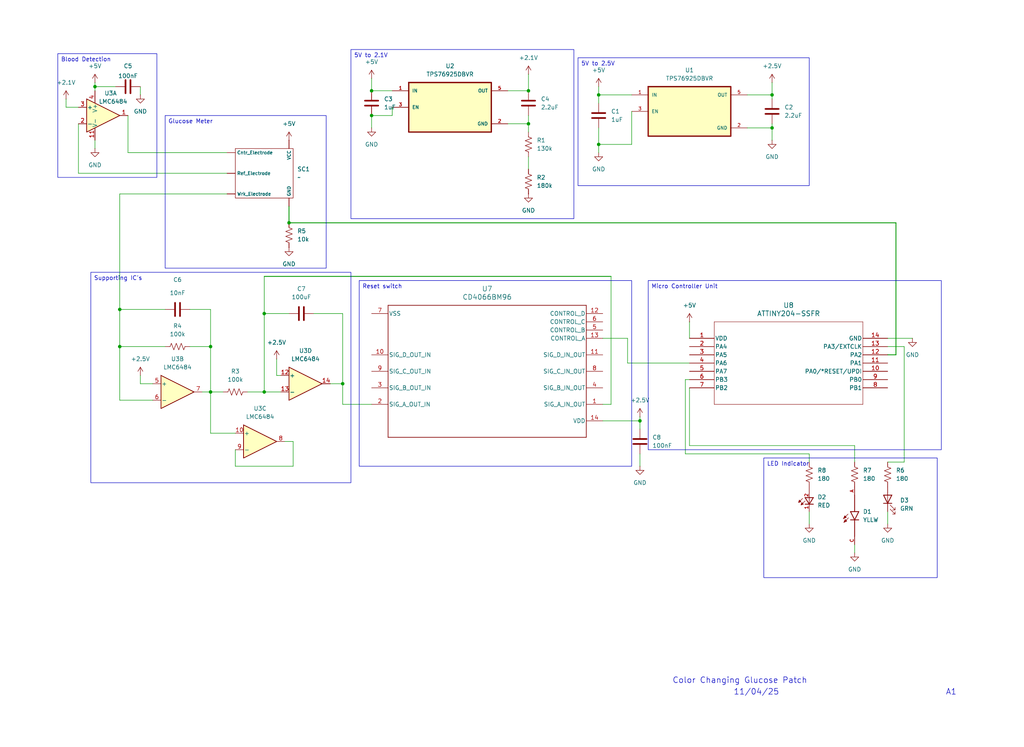
<source format=kicad_sch>
(kicad_sch
	(version 20250114)
	(generator "eeschema")
	(generator_version "9.0")
	(uuid "b5984cb0-ad73-4f98-955d-72ca9f838a44")
	(paper "User" 315 230)
	(lib_symbols
		(symbol "ATTINY204_SSFR:ATTINY204-SSFR"
			(pin_names
				(offset 0.254)
			)
			(exclude_from_sim no)
			(in_bom yes)
			(on_board yes)
			(property "Reference" "U"
				(at 30.48 10.16 0)
				(effects
					(font
						(size 1.524 1.524)
					)
				)
			)
			(property "Value" "ATTINY204-SSFR"
				(at 30.48 7.62 0)
				(effects
					(font
						(size 1.524 1.524)
					)
				)
			)
			(property "Footprint" "SOIC14_SL_MCH"
				(at 0 0 0)
				(effects
					(font
						(size 1.27 1.27)
						(italic yes)
					)
					(hide yes)
				)
			)
			(property "Datasheet" "ATTINY204-SSFR"
				(at 0 0 0)
				(effects
					(font
						(size 1.27 1.27)
						(italic yes)
					)
					(hide yes)
				)
			)
			(property "Description" ""
				(at 0 0 0)
				(effects
					(font
						(size 1.27 1.27)
					)
					(hide yes)
				)
			)
			(property "ki_locked" ""
				(at 0 0 0)
				(effects
					(font
						(size 1.27 1.27)
					)
				)
			)
			(property "ki_keywords" "ATTINY204-SSFR"
				(at 0 0 0)
				(effects
					(font
						(size 1.27 1.27)
					)
					(hide yes)
				)
			)
			(property "ki_fp_filters" "SOIC14_SL_MCH"
				(at 0 0 0)
				(effects
					(font
						(size 1.27 1.27)
					)
					(hide yes)
				)
			)
			(symbol "ATTINY204-SSFR_0_1"
				(polyline
					(pts
						(xy 7.62 5.08) (xy 7.62 -20.32)
					)
					(stroke
						(width 0.127)
						(type default)
					)
					(fill
						(type none)
					)
				)
				(polyline
					(pts
						(xy 7.62 -20.32) (xy 53.34 -20.32)
					)
					(stroke
						(width 0.127)
						(type default)
					)
					(fill
						(type none)
					)
				)
				(polyline
					(pts
						(xy 53.34 5.08) (xy 7.62 5.08)
					)
					(stroke
						(width 0.127)
						(type default)
					)
					(fill
						(type none)
					)
				)
				(polyline
					(pts
						(xy 53.34 -20.32) (xy 53.34 5.08)
					)
					(stroke
						(width 0.127)
						(type default)
					)
					(fill
						(type none)
					)
				)
				(pin power_in line
					(at 0 0 0)
					(length 7.62)
					(name "VDD"
						(effects
							(font
								(size 1.27 1.27)
							)
						)
					)
					(number "1"
						(effects
							(font
								(size 1.27 1.27)
							)
						)
					)
				)
				(pin bidirectional line
					(at 0 -2.54 0)
					(length 7.62)
					(name "PA4"
						(effects
							(font
								(size 1.27 1.27)
							)
						)
					)
					(number "2"
						(effects
							(font
								(size 1.27 1.27)
							)
						)
					)
				)
				(pin bidirectional line
					(at 0 -5.08 0)
					(length 7.62)
					(name "PA5"
						(effects
							(font
								(size 1.27 1.27)
							)
						)
					)
					(number "3"
						(effects
							(font
								(size 1.27 1.27)
							)
						)
					)
				)
				(pin bidirectional line
					(at 0 -7.62 0)
					(length 7.62)
					(name "PA6"
						(effects
							(font
								(size 1.27 1.27)
							)
						)
					)
					(number "4"
						(effects
							(font
								(size 1.27 1.27)
							)
						)
					)
				)
				(pin bidirectional line
					(at 0 -10.16 0)
					(length 7.62)
					(name "PA7"
						(effects
							(font
								(size 1.27 1.27)
							)
						)
					)
					(number "5"
						(effects
							(font
								(size 1.27 1.27)
							)
						)
					)
				)
				(pin bidirectional line
					(at 0 -12.7 0)
					(length 7.62)
					(name "PB3"
						(effects
							(font
								(size 1.27 1.27)
							)
						)
					)
					(number "6"
						(effects
							(font
								(size 1.27 1.27)
							)
						)
					)
				)
				(pin bidirectional line
					(at 0 -15.24 0)
					(length 7.62)
					(name "PB2"
						(effects
							(font
								(size 1.27 1.27)
							)
						)
					)
					(number "7"
						(effects
							(font
								(size 1.27 1.27)
							)
						)
					)
				)
				(pin power_out line
					(at 60.96 0 180)
					(length 7.62)
					(name "GND"
						(effects
							(font
								(size 1.27 1.27)
							)
						)
					)
					(number "14"
						(effects
							(font
								(size 1.27 1.27)
							)
						)
					)
				)
				(pin bidirectional line
					(at 60.96 -2.54 180)
					(length 7.62)
					(name "PA3/EXTCLK"
						(effects
							(font
								(size 1.27 1.27)
							)
						)
					)
					(number "13"
						(effects
							(font
								(size 1.27 1.27)
							)
						)
					)
				)
				(pin bidirectional line
					(at 60.96 -5.08 180)
					(length 7.62)
					(name "PA2"
						(effects
							(font
								(size 1.27 1.27)
							)
						)
					)
					(number "12"
						(effects
							(font
								(size 1.27 1.27)
							)
						)
					)
				)
				(pin bidirectional line
					(at 60.96 -7.62 180)
					(length 7.62)
					(name "PA1"
						(effects
							(font
								(size 1.27 1.27)
							)
						)
					)
					(number "11"
						(effects
							(font
								(size 1.27 1.27)
							)
						)
					)
				)
				(pin bidirectional line
					(at 60.96 -10.16 180)
					(length 7.62)
					(name "PA0/*RESET/UPDI"
						(effects
							(font
								(size 1.27 1.27)
							)
						)
					)
					(number "10"
						(effects
							(font
								(size 1.27 1.27)
							)
						)
					)
				)
				(pin bidirectional line
					(at 60.96 -12.7 180)
					(length 7.62)
					(name "PB0"
						(effects
							(font
								(size 1.27 1.27)
							)
						)
					)
					(number "9"
						(effects
							(font
								(size 1.27 1.27)
							)
						)
					)
				)
				(pin bidirectional line
					(at 60.96 -15.24 180)
					(length 7.62)
					(name "PB1"
						(effects
							(font
								(size 1.27 1.27)
							)
						)
					)
					(number "8"
						(effects
							(font
								(size 1.27 1.27)
							)
						)
					)
				)
			)
			(embedded_fonts no)
		)
		(symbol "Amplifier_Operational:LMC6484"
			(pin_names
				(offset 0.127)
			)
			(exclude_from_sim no)
			(in_bom yes)
			(on_board yes)
			(property "Reference" "U"
				(at 0 5.08 0)
				(effects
					(font
						(size 1.27 1.27)
					)
					(justify left)
				)
			)
			(property "Value" "LMC6484"
				(at 0 -5.08 0)
				(effects
					(font
						(size 1.27 1.27)
					)
					(justify left)
				)
			)
			(property "Footprint" ""
				(at -1.27 2.54 0)
				(effects
					(font
						(size 1.27 1.27)
					)
					(hide yes)
				)
			)
			(property "Datasheet" "http://www.ti.com/lit/ds/symlink/lmc6484.pdf"
				(at 1.27 5.08 0)
				(effects
					(font
						(size 1.27 1.27)
					)
					(hide yes)
				)
			)
			(property "Description" "Quad CMOS Rail-to-Rail Input and Output Operational Amplifier, DIP-14/SOIC-14"
				(at 0 0 0)
				(effects
					(font
						(size 1.27 1.27)
					)
					(hide yes)
				)
			)
			(property "ki_locked" ""
				(at 0 0 0)
				(effects
					(font
						(size 1.27 1.27)
					)
				)
			)
			(property "ki_keywords" "quad opamp"
				(at 0 0 0)
				(effects
					(font
						(size 1.27 1.27)
					)
					(hide yes)
				)
			)
			(property "ki_fp_filters" "SOIC*3.9x8.7mm*P1.27mm* DIP*W7.62mm* TSSOP*4.4x5mm*P0.65mm* SSOP*5.3x6.2mm*P0.65mm* MSOP*3x3mm*P0.5mm*"
				(at 0 0 0)
				(effects
					(font
						(size 1.27 1.27)
					)
					(hide yes)
				)
			)
			(symbol "LMC6484_1_1"
				(polyline
					(pts
						(xy -5.08 5.08) (xy 5.08 0) (xy -5.08 -5.08) (xy -5.08 5.08)
					)
					(stroke
						(width 0.254)
						(type default)
					)
					(fill
						(type background)
					)
				)
				(pin input line
					(at -7.62 2.54 0)
					(length 2.54)
					(name "+"
						(effects
							(font
								(size 1.27 1.27)
							)
						)
					)
					(number "3"
						(effects
							(font
								(size 1.27 1.27)
							)
						)
					)
				)
				(pin input line
					(at -7.62 -2.54 0)
					(length 2.54)
					(name "-"
						(effects
							(font
								(size 1.27 1.27)
							)
						)
					)
					(number "2"
						(effects
							(font
								(size 1.27 1.27)
							)
						)
					)
				)
				(pin output line
					(at 7.62 0 180)
					(length 2.54)
					(name "~"
						(effects
							(font
								(size 1.27 1.27)
							)
						)
					)
					(number "1"
						(effects
							(font
								(size 1.27 1.27)
							)
						)
					)
				)
			)
			(symbol "LMC6484_2_1"
				(polyline
					(pts
						(xy -5.08 5.08) (xy 5.08 0) (xy -5.08 -5.08) (xy -5.08 5.08)
					)
					(stroke
						(width 0.254)
						(type default)
					)
					(fill
						(type background)
					)
				)
				(pin input line
					(at -7.62 2.54 0)
					(length 2.54)
					(name "+"
						(effects
							(font
								(size 1.27 1.27)
							)
						)
					)
					(number "5"
						(effects
							(font
								(size 1.27 1.27)
							)
						)
					)
				)
				(pin input line
					(at -7.62 -2.54 0)
					(length 2.54)
					(name "-"
						(effects
							(font
								(size 1.27 1.27)
							)
						)
					)
					(number "6"
						(effects
							(font
								(size 1.27 1.27)
							)
						)
					)
				)
				(pin output line
					(at 7.62 0 180)
					(length 2.54)
					(name "~"
						(effects
							(font
								(size 1.27 1.27)
							)
						)
					)
					(number "7"
						(effects
							(font
								(size 1.27 1.27)
							)
						)
					)
				)
			)
			(symbol "LMC6484_3_1"
				(polyline
					(pts
						(xy -5.08 5.08) (xy 5.08 0) (xy -5.08 -5.08) (xy -5.08 5.08)
					)
					(stroke
						(width 0.254)
						(type default)
					)
					(fill
						(type background)
					)
				)
				(pin input line
					(at -7.62 2.54 0)
					(length 2.54)
					(name "+"
						(effects
							(font
								(size 1.27 1.27)
							)
						)
					)
					(number "10"
						(effects
							(font
								(size 1.27 1.27)
							)
						)
					)
				)
				(pin input line
					(at -7.62 -2.54 0)
					(length 2.54)
					(name "-"
						(effects
							(font
								(size 1.27 1.27)
							)
						)
					)
					(number "9"
						(effects
							(font
								(size 1.27 1.27)
							)
						)
					)
				)
				(pin output line
					(at 7.62 0 180)
					(length 2.54)
					(name "~"
						(effects
							(font
								(size 1.27 1.27)
							)
						)
					)
					(number "8"
						(effects
							(font
								(size 1.27 1.27)
							)
						)
					)
				)
			)
			(symbol "LMC6484_4_1"
				(polyline
					(pts
						(xy -5.08 5.08) (xy 5.08 0) (xy -5.08 -5.08) (xy -5.08 5.08)
					)
					(stroke
						(width 0.254)
						(type default)
					)
					(fill
						(type background)
					)
				)
				(pin input line
					(at -7.62 2.54 0)
					(length 2.54)
					(name "+"
						(effects
							(font
								(size 1.27 1.27)
							)
						)
					)
					(number "12"
						(effects
							(font
								(size 1.27 1.27)
							)
						)
					)
				)
				(pin input line
					(at -7.62 -2.54 0)
					(length 2.54)
					(name "-"
						(effects
							(font
								(size 1.27 1.27)
							)
						)
					)
					(number "13"
						(effects
							(font
								(size 1.27 1.27)
							)
						)
					)
				)
				(pin output line
					(at 7.62 0 180)
					(length 2.54)
					(name "~"
						(effects
							(font
								(size 1.27 1.27)
							)
						)
					)
					(number "14"
						(effects
							(font
								(size 1.27 1.27)
							)
						)
					)
				)
			)
			(symbol "LMC6484_5_1"
				(pin power_in line
					(at -2.54 7.62 270)
					(length 3.81)
					(name "V+"
						(effects
							(font
								(size 1.27 1.27)
							)
						)
					)
					(number "4"
						(effects
							(font
								(size 1.27 1.27)
							)
						)
					)
				)
				(pin power_in line
					(at -2.54 -7.62 90)
					(length 3.81)
					(name "V-"
						(effects
							(font
								(size 1.27 1.27)
							)
						)
					)
					(number "11"
						(effects
							(font
								(size 1.27 1.27)
							)
						)
					)
				)
			)
			(embedded_fonts no)
		)
		(symbol "CD4066:CD4066BM96"
			(pin_names
				(offset 0.254)
			)
			(exclude_from_sim no)
			(in_bom yes)
			(on_board yes)
			(property "Reference" "U"
				(at 0 2.54 0)
				(effects
					(font
						(size 1.524 1.524)
					)
				)
			)
			(property "Value" "CD4066BM96"
				(at 0 0 0)
				(effects
					(font
						(size 1.524 1.524)
					)
				)
			)
			(property "Footprint" "D0014A_N"
				(at 0 0 0)
				(effects
					(font
						(size 1.27 1.27)
						(italic yes)
					)
					(hide yes)
				)
			)
			(property "Datasheet" "https://www.ti.com/lit/gpn/cd4066b"
				(at 0 0 0)
				(effects
					(font
						(size 1.27 1.27)
						(italic yes)
					)
					(hide yes)
				)
			)
			(property "Description" ""
				(at 0 0 0)
				(effects
					(font
						(size 1.27 1.27)
					)
					(hide yes)
				)
			)
			(property "ki_locked" ""
				(at 0 0 0)
				(effects
					(font
						(size 1.27 1.27)
					)
				)
			)
			(property "ki_keywords" "CD4066BM96"
				(at 0 0 0)
				(effects
					(font
						(size 1.27 1.27)
					)
					(hide yes)
				)
			)
			(property "ki_fp_filters" "D0014A_N D0014A_M D0014A_L"
				(at 0 0 0)
				(effects
					(font
						(size 1.27 1.27)
					)
					(hide yes)
				)
			)
			(symbol "CD4066BM96_0_1"
				(polyline
					(pts
						(xy -30.48 20.32) (xy -30.48 -20.32)
					)
					(stroke
						(width 0.2032)
						(type default)
					)
					(fill
						(type none)
					)
				)
				(polyline
					(pts
						(xy -30.48 -20.32) (xy 30.48 -20.32)
					)
					(stroke
						(width 0.2032)
						(type default)
					)
					(fill
						(type none)
					)
				)
				(polyline
					(pts
						(xy 30.48 20.32) (xy -30.48 20.32)
					)
					(stroke
						(width 0.2032)
						(type default)
					)
					(fill
						(type none)
					)
				)
				(polyline
					(pts
						(xy 30.48 -20.32) (xy 30.48 20.32)
					)
					(stroke
						(width 0.2032)
						(type default)
					)
					(fill
						(type none)
					)
				)
				(pin power_in line
					(at -35.56 15.24 0)
					(length 5.08)
					(name "VDD"
						(effects
							(font
								(size 1.27 1.27)
							)
						)
					)
					(number "14"
						(effects
							(font
								(size 1.27 1.27)
							)
						)
					)
				)
				(pin bidirectional line
					(at -35.56 10.16 0)
					(length 5.08)
					(name "SIG_A_IN_OUT"
						(effects
							(font
								(size 1.27 1.27)
							)
						)
					)
					(number "1"
						(effects
							(font
								(size 1.27 1.27)
							)
						)
					)
				)
				(pin bidirectional line
					(at -35.56 5.08 0)
					(length 5.08)
					(name "SIG_B_IN_OUT"
						(effects
							(font
								(size 1.27 1.27)
							)
						)
					)
					(number "4"
						(effects
							(font
								(size 1.27 1.27)
							)
						)
					)
				)
				(pin bidirectional line
					(at -35.56 0 0)
					(length 5.08)
					(name "SIG_C_IN_OUT"
						(effects
							(font
								(size 1.27 1.27)
							)
						)
					)
					(number "8"
						(effects
							(font
								(size 1.27 1.27)
							)
						)
					)
				)
				(pin bidirectional line
					(at -35.56 -5.08 0)
					(length 5.08)
					(name "SIG_D_IN_OUT"
						(effects
							(font
								(size 1.27 1.27)
							)
						)
					)
					(number "11"
						(effects
							(font
								(size 1.27 1.27)
							)
						)
					)
				)
				(pin input line
					(at -35.56 -10.16 0)
					(length 5.08)
					(name "CONTROL_A"
						(effects
							(font
								(size 1.27 1.27)
							)
						)
					)
					(number "13"
						(effects
							(font
								(size 1.27 1.27)
							)
						)
					)
				)
				(pin input line
					(at -35.56 -12.7 0)
					(length 5.08)
					(name "CONTROL_B"
						(effects
							(font
								(size 1.27 1.27)
							)
						)
					)
					(number "5"
						(effects
							(font
								(size 1.27 1.27)
							)
						)
					)
				)
				(pin input line
					(at -35.56 -15.24 0)
					(length 5.08)
					(name "CONTROL_C"
						(effects
							(font
								(size 1.27 1.27)
							)
						)
					)
					(number "6"
						(effects
							(font
								(size 1.27 1.27)
							)
						)
					)
				)
				(pin input line
					(at -35.56 -17.78 0)
					(length 5.08)
					(name "CONTROL_D"
						(effects
							(font
								(size 1.27 1.27)
							)
						)
					)
					(number "12"
						(effects
							(font
								(size 1.27 1.27)
							)
						)
					)
				)
				(pin bidirectional line
					(at 35.56 10.16 180)
					(length 5.08)
					(name "SIG_A_OUT_IN"
						(effects
							(font
								(size 1.27 1.27)
							)
						)
					)
					(number "2"
						(effects
							(font
								(size 1.27 1.27)
							)
						)
					)
				)
				(pin bidirectional line
					(at 35.56 5.08 180)
					(length 5.08)
					(name "SIG_B_OUT_IN"
						(effects
							(font
								(size 1.27 1.27)
							)
						)
					)
					(number "3"
						(effects
							(font
								(size 1.27 1.27)
							)
						)
					)
				)
				(pin bidirectional line
					(at 35.56 0 180)
					(length 5.08)
					(name "SIG_C_OUT_IN"
						(effects
							(font
								(size 1.27 1.27)
							)
						)
					)
					(number "9"
						(effects
							(font
								(size 1.27 1.27)
							)
						)
					)
				)
				(pin bidirectional line
					(at 35.56 -5.08 180)
					(length 5.08)
					(name "SIG_D_OUT_IN"
						(effects
							(font
								(size 1.27 1.27)
							)
						)
					)
					(number "10"
						(effects
							(font
								(size 1.27 1.27)
							)
						)
					)
				)
				(pin power_in line
					(at 35.56 -17.78 180)
					(length 5.08)
					(name "VSS"
						(effects
							(font
								(size 1.27 1.27)
							)
						)
					)
					(number "7"
						(effects
							(font
								(size 1.27 1.27)
							)
						)
					)
				)
			)
			(embedded_fonts no)
		)
		(symbol "Device:C"
			(pin_numbers
				(hide yes)
			)
			(pin_names
				(offset 0.254)
			)
			(exclude_from_sim no)
			(in_bom yes)
			(on_board yes)
			(property "Reference" "C"
				(at 0.635 2.54 0)
				(effects
					(font
						(size 1.27 1.27)
					)
					(justify left)
				)
			)
			(property "Value" "C"
				(at 0.635 -2.54 0)
				(effects
					(font
						(size 1.27 1.27)
					)
					(justify left)
				)
			)
			(property "Footprint" ""
				(at 0.9652 -3.81 0)
				(effects
					(font
						(size 1.27 1.27)
					)
					(hide yes)
				)
			)
			(property "Datasheet" "~"
				(at 0 0 0)
				(effects
					(font
						(size 1.27 1.27)
					)
					(hide yes)
				)
			)
			(property "Description" "Unpolarized capacitor"
				(at 0 0 0)
				(effects
					(font
						(size 1.27 1.27)
					)
					(hide yes)
				)
			)
			(property "ki_keywords" "cap capacitor"
				(at 0 0 0)
				(effects
					(font
						(size 1.27 1.27)
					)
					(hide yes)
				)
			)
			(property "ki_fp_filters" "C_*"
				(at 0 0 0)
				(effects
					(font
						(size 1.27 1.27)
					)
					(hide yes)
				)
			)
			(symbol "C_0_1"
				(polyline
					(pts
						(xy -2.032 0.762) (xy 2.032 0.762)
					)
					(stroke
						(width 0.508)
						(type default)
					)
					(fill
						(type none)
					)
				)
				(polyline
					(pts
						(xy -2.032 -0.762) (xy 2.032 -0.762)
					)
					(stroke
						(width 0.508)
						(type default)
					)
					(fill
						(type none)
					)
				)
			)
			(symbol "C_1_1"
				(pin passive line
					(at 0 3.81 270)
					(length 2.794)
					(name "~"
						(effects
							(font
								(size 1.27 1.27)
							)
						)
					)
					(number "1"
						(effects
							(font
								(size 1.27 1.27)
							)
						)
					)
				)
				(pin passive line
					(at 0 -3.81 90)
					(length 2.794)
					(name "~"
						(effects
							(font
								(size 1.27 1.27)
							)
						)
					)
					(number "2"
						(effects
							(font
								(size 1.27 1.27)
							)
						)
					)
				)
			)
			(embedded_fonts no)
		)
		(symbol "Device:LED"
			(pin_numbers
				(hide yes)
			)
			(pin_names
				(offset 1.016)
				(hide yes)
			)
			(exclude_from_sim no)
			(in_bom yes)
			(on_board yes)
			(property "Reference" "D"
				(at 0 2.54 0)
				(effects
					(font
						(size 1.27 1.27)
					)
				)
			)
			(property "Value" "LED"
				(at 0 -2.54 0)
				(effects
					(font
						(size 1.27 1.27)
					)
				)
			)
			(property "Footprint" ""
				(at 0 0 0)
				(effects
					(font
						(size 1.27 1.27)
					)
					(hide yes)
				)
			)
			(property "Datasheet" "~"
				(at 0 0 0)
				(effects
					(font
						(size 1.27 1.27)
					)
					(hide yes)
				)
			)
			(property "Description" "Light emitting diode"
				(at 0 0 0)
				(effects
					(font
						(size 1.27 1.27)
					)
					(hide yes)
				)
			)
			(property "Sim.Pins" "1=K 2=A"
				(at 0 0 0)
				(effects
					(font
						(size 1.27 1.27)
					)
					(hide yes)
				)
			)
			(property "ki_keywords" "LED diode"
				(at 0 0 0)
				(effects
					(font
						(size 1.27 1.27)
					)
					(hide yes)
				)
			)
			(property "ki_fp_filters" "LED* LED_SMD:* LED_THT:*"
				(at 0 0 0)
				(effects
					(font
						(size 1.27 1.27)
					)
					(hide yes)
				)
			)
			(symbol "LED_0_1"
				(polyline
					(pts
						(xy -3.048 -0.762) (xy -4.572 -2.286) (xy -3.81 -2.286) (xy -4.572 -2.286) (xy -4.572 -1.524)
					)
					(stroke
						(width 0)
						(type default)
					)
					(fill
						(type none)
					)
				)
				(polyline
					(pts
						(xy -1.778 -0.762) (xy -3.302 -2.286) (xy -2.54 -2.286) (xy -3.302 -2.286) (xy -3.302 -1.524)
					)
					(stroke
						(width 0)
						(type default)
					)
					(fill
						(type none)
					)
				)
				(polyline
					(pts
						(xy -1.27 0) (xy 1.27 0)
					)
					(stroke
						(width 0)
						(type default)
					)
					(fill
						(type none)
					)
				)
				(polyline
					(pts
						(xy -1.27 -1.27) (xy -1.27 1.27)
					)
					(stroke
						(width 0.254)
						(type default)
					)
					(fill
						(type none)
					)
				)
				(polyline
					(pts
						(xy 1.27 -1.27) (xy 1.27 1.27) (xy -1.27 0) (xy 1.27 -1.27)
					)
					(stroke
						(width 0.254)
						(type default)
					)
					(fill
						(type none)
					)
				)
			)
			(symbol "LED_1_1"
				(pin passive line
					(at -3.81 0 0)
					(length 2.54)
					(name "K"
						(effects
							(font
								(size 1.27 1.27)
							)
						)
					)
					(number "1"
						(effects
							(font
								(size 1.27 1.27)
							)
						)
					)
				)
				(pin passive line
					(at 3.81 0 180)
					(length 2.54)
					(name "A"
						(effects
							(font
								(size 1.27 1.27)
							)
						)
					)
					(number "2"
						(effects
							(font
								(size 1.27 1.27)
							)
						)
					)
				)
			)
			(embedded_fonts no)
		)
		(symbol "Device:R_US"
			(pin_numbers
				(hide yes)
			)
			(pin_names
				(offset 0)
			)
			(exclude_from_sim no)
			(in_bom yes)
			(on_board yes)
			(property "Reference" "R"
				(at 2.54 0 90)
				(effects
					(font
						(size 1.27 1.27)
					)
				)
			)
			(property "Value" "R_US"
				(at -2.54 0 90)
				(effects
					(font
						(size 1.27 1.27)
					)
				)
			)
			(property "Footprint" ""
				(at 1.016 -0.254 90)
				(effects
					(font
						(size 1.27 1.27)
					)
					(hide yes)
				)
			)
			(property "Datasheet" "~"
				(at 0 0 0)
				(effects
					(font
						(size 1.27 1.27)
					)
					(hide yes)
				)
			)
			(property "Description" "Resistor, US symbol"
				(at 0 0 0)
				(effects
					(font
						(size 1.27 1.27)
					)
					(hide yes)
				)
			)
			(property "ki_keywords" "R res resistor"
				(at 0 0 0)
				(effects
					(font
						(size 1.27 1.27)
					)
					(hide yes)
				)
			)
			(property "ki_fp_filters" "R_*"
				(at 0 0 0)
				(effects
					(font
						(size 1.27 1.27)
					)
					(hide yes)
				)
			)
			(symbol "R_US_0_1"
				(polyline
					(pts
						(xy 0 2.286) (xy 0 2.54)
					)
					(stroke
						(width 0)
						(type default)
					)
					(fill
						(type none)
					)
				)
				(polyline
					(pts
						(xy 0 2.286) (xy 1.016 1.905) (xy 0 1.524) (xy -1.016 1.143) (xy 0 0.762)
					)
					(stroke
						(width 0)
						(type default)
					)
					(fill
						(type none)
					)
				)
				(polyline
					(pts
						(xy 0 0.762) (xy 1.016 0.381) (xy 0 0) (xy -1.016 -0.381) (xy 0 -0.762)
					)
					(stroke
						(width 0)
						(type default)
					)
					(fill
						(type none)
					)
				)
				(polyline
					(pts
						(xy 0 -0.762) (xy 1.016 -1.143) (xy 0 -1.524) (xy -1.016 -1.905) (xy 0 -2.286)
					)
					(stroke
						(width 0)
						(type default)
					)
					(fill
						(type none)
					)
				)
				(polyline
					(pts
						(xy 0 -2.286) (xy 0 -2.54)
					)
					(stroke
						(width 0)
						(type default)
					)
					(fill
						(type none)
					)
				)
			)
			(symbol "R_US_1_1"
				(pin passive line
					(at 0 3.81 270)
					(length 1.27)
					(name "~"
						(effects
							(font
								(size 1.27 1.27)
							)
						)
					)
					(number "1"
						(effects
							(font
								(size 1.27 1.27)
							)
						)
					)
				)
				(pin passive line
					(at 0 -3.81 90)
					(length 1.27)
					(name "~"
						(effects
							(font
								(size 1.27 1.27)
							)
						)
					)
					(number "2"
						(effects
							(font
								(size 1.27 1.27)
							)
						)
					)
				)
			)
			(embedded_fonts no)
		)
		(symbol "LTST-C190YKT:LTST-C190YKT"
			(pin_names
				(offset 1.016)
			)
			(exclude_from_sim no)
			(in_bom yes)
			(on_board yes)
			(property "Reference" "D"
				(at -2.0351 4.0703 0)
				(effects
					(font
						(size 1.27 1.27)
					)
					(justify left bottom)
				)
			)
			(property "Value" "LTST-C190YKT"
				(at -2.0337 -3.8132 0)
				(effects
					(font
						(size 1.27 1.27)
					)
					(justify left bottom)
				)
			)
			(property "Footprint" "LTST-C190YKT:LEDC1608X35N"
				(at 0 0 0)
				(effects
					(font
						(size 1.27 1.27)
					)
					(justify bottom)
					(hide yes)
				)
			)
			(property "Datasheet" ""
				(at 0 0 0)
				(effects
					(font
						(size 1.27 1.27)
					)
					(hide yes)
				)
			)
			(property "Description" "Red 631nm LED Indication - Discrete 2V 0603 (1608 Metric)"
				(at 0 0 0)
				(effects
					(font
						(size 1.27 1.27)
					)
					(justify bottom)
					(hide yes)
				)
			)
			(property "MF" "Lite-On Inc."
				(at 0 0 0)
				(effects
					(font
						(size 1.27 1.27)
					)
					(justify bottom)
					(hide yes)
				)
			)
			(property "PACKAGE" "0603 Lite-On"
				(at 0 0 0)
				(effects
					(font
						(size 1.27 1.27)
					)
					(justify bottom)
					(hide yes)
				)
			)
			(property "PRICE" "None"
				(at 0 0 0)
				(effects
					(font
						(size 1.27 1.27)
					)
					(justify bottom)
					(hide yes)
				)
			)
			(property "MP" "LTST-C190KRKT"
				(at 0 0 0)
				(effects
					(font
						(size 1.27 1.27)
					)
					(justify bottom)
					(hide yes)
				)
			)
			(property "AVAILABILITY" "In Stock"
				(at 0 0 0)
				(effects
					(font
						(size 1.27 1.27)
					)
					(justify bottom)
					(hide yes)
				)
			)
			(property "PURCHASE-URL" "https://pricing.snapeda.com/search/part/LTST-C190KRKT/?ref=eda"
				(at 0 0 0)
				(effects
					(font
						(size 1.27 1.27)
					)
					(justify bottom)
					(hide yes)
				)
			)
			(symbol "LTST-C190YKT_0_0"
				(polyline
					(pts
						(xy -5.08 0) (xy 0 0)
					)
					(stroke
						(width 0.254)
						(type default)
					)
					(fill
						(type none)
					)
				)
				(polyline
					(pts
						(xy -0.762 3.302) (xy 0.127 2.921) (xy -0.381 2.413) (xy -0.762 3.302)
					)
					(stroke
						(width 0.1524)
						(type default)
					)
					(fill
						(type outline)
					)
				)
				(polyline
					(pts
						(xy 0 0) (xy 0 1.27)
					)
					(stroke
						(width 0.254)
						(type default)
					)
					(fill
						(type none)
					)
				)
				(polyline
					(pts
						(xy 0 0) (xy 2.54 1.27)
					)
					(stroke
						(width 0.254)
						(type default)
					)
					(fill
						(type none)
					)
				)
				(polyline
					(pts
						(xy 0 -1.27) (xy 0 0)
					)
					(stroke
						(width 0.254)
						(type default)
					)
					(fill
						(type none)
					)
				)
				(polyline
					(pts
						(xy 0.381 3.429) (xy 1.27 3.048) (xy 0.762 2.54) (xy 0.381 3.429)
					)
					(stroke
						(width 0.1524)
						(type default)
					)
					(fill
						(type outline)
					)
				)
				(polyline
					(pts
						(xy 0.635 1.905) (xy -0.762 3.302)
					)
					(stroke
						(width 0.1524)
						(type default)
					)
					(fill
						(type none)
					)
				)
				(polyline
					(pts
						(xy 1.778 2.032) (xy 0.381 3.429)
					)
					(stroke
						(width 0.1524)
						(type default)
					)
					(fill
						(type none)
					)
				)
				(polyline
					(pts
						(xy 2.54 0) (xy 7.62 0)
					)
					(stroke
						(width 0.254)
						(type default)
					)
					(fill
						(type none)
					)
				)
				(polyline
					(pts
						(xy 2.54 -1.27) (xy 0 0)
					)
					(stroke
						(width 0.254)
						(type default)
					)
					(fill
						(type none)
					)
				)
				(polyline
					(pts
						(xy 2.54 -1.27) (xy 2.54 1.27)
					)
					(stroke
						(width 0.254)
						(type default)
					)
					(fill
						(type none)
					)
				)
				(pin passive line
					(at -7.62 0 0)
					(length 2.54)
					(name "~"
						(effects
							(font
								(size 1.016 1.016)
							)
						)
					)
					(number "C"
						(effects
							(font
								(size 1.016 1.016)
							)
						)
					)
				)
				(pin passive line
					(at 10.16 0 180)
					(length 2.54)
					(name "~"
						(effects
							(font
								(size 1.016 1.016)
							)
						)
					)
					(number "A"
						(effects
							(font
								(size 1.016 1.016)
							)
						)
					)
				)
			)
			(embedded_fonts no)
		)
		(symbol "LTST-S270KRKT:LTST-S270KRKT"
			(pin_names
				(offset 1.016)
			)
			(exclude_from_sim no)
			(in_bom yes)
			(on_board yes)
			(property "Reference" "D"
				(at 2.5458 2.5458 0)
				(effects
					(font
						(size 1.27 1.27)
					)
					(justify left bottom)
				)
			)
			(property "Value" "LTST-S270KRKT"
				(at 2.5464 0 0)
				(effects
					(font
						(size 1.27 1.27)
					)
					(justify left bottom)
				)
			)
			(property "Footprint" "LTST-S270KRKT:0603"
				(at 0 0 0)
				(effects
					(font
						(size 1.27 1.27)
					)
					(justify bottom)
					(hide yes)
				)
			)
			(property "Datasheet" ""
				(at 0 0 0)
				(effects
					(font
						(size 1.27 1.27)
					)
					(hide yes)
				)
			)
			(property "Description" ""
				(at 0 0 0)
				(effects
					(font
						(size 1.27 1.27)
					)
					(hide yes)
				)
			)
			(symbol "LTST-S270KRKT_0_0"
				(polyline
					(pts
						(xy -3.048 1.016) (xy -3.302 0.254) (xy -2.54 0.508) (xy -3.048 1.016)
					)
					(stroke
						(width 0.1524)
						(type default)
					)
					(fill
						(type outline)
					)
				)
				(polyline
					(pts
						(xy -2.286 0.254) (xy -2.54 -0.508) (xy -1.778 -0.254) (xy -2.286 0.254)
					)
					(stroke
						(width 0.1524)
						(type default)
					)
					(fill
						(type outline)
					)
				)
				(polyline
					(pts
						(xy -2.032 1.524) (xy -2.921 0.635)
					)
					(stroke
						(width 0.1524)
						(type default)
					)
					(fill
						(type none)
					)
				)
				(polyline
					(pts
						(xy -1.27 0.762) (xy -2.159 -0.127)
					)
					(stroke
						(width 0.1524)
						(type default)
					)
					(fill
						(type none)
					)
				)
				(polyline
					(pts
						(xy 0 -0.254) (xy -1.27 1.778)
					)
					(stroke
						(width 0.254)
						(type default)
					)
					(fill
						(type none)
					)
				)
				(polyline
					(pts
						(xy 0 -0.254) (xy -1.27 -0.254)
					)
					(stroke
						(width 0.254)
						(type default)
					)
					(fill
						(type none)
					)
				)
				(polyline
					(pts
						(xy 1.27 1.778) (xy -1.27 1.778)
					)
					(stroke
						(width 0.254)
						(type default)
					)
					(fill
						(type none)
					)
				)
				(polyline
					(pts
						(xy 1.27 1.778) (xy 0 -0.254)
					)
					(stroke
						(width 0.254)
						(type default)
					)
					(fill
						(type none)
					)
				)
				(polyline
					(pts
						(xy 1.27 -0.254) (xy 0 -0.254)
					)
					(stroke
						(width 0.254)
						(type default)
					)
					(fill
						(type none)
					)
				)
				(pin passive line
					(at 0 5.08 270)
					(length 5.08)
					(name "~"
						(effects
							(font
								(size 1.016 1.016)
							)
						)
					)
					(number "2"
						(effects
							(font
								(size 1.016 1.016)
							)
						)
					)
				)
				(pin passive line
					(at 0 -2.54 90)
					(length 2.54)
					(name "~"
						(effects
							(font
								(size 1.016 1.016)
							)
						)
					)
					(number "1"
						(effects
							(font
								(size 1.016 1.016)
							)
						)
					)
				)
			)
			(embedded_fonts no)
		)
		(symbol "Strip_Connector_1"
			(exclude_from_sim no)
			(in_bom yes)
			(on_board yes)
			(property "Reference" "SC1"
				(at -11.684 0 0)
				(effects
					(font
						(size 1.27 1.27)
					)
					(justify right)
				)
			)
			(property "Value" "~"
				(at -10.16 -0.0001 0)
				(effects
					(font
						(size 1.27 1.27)
					)
					(justify right)
				)
			)
			(property "Footprint" ""
				(at 0 0 0)
				(effects
					(font
						(size 1.27 1.27)
					)
					(hide yes)
				)
			)
			(property "Datasheet" ""
				(at 0 0 0)
				(effects
					(font
						(size 1.27 1.27)
					)
					(hide yes)
				)
			)
			(property "Description" ""
				(at 0 0 0)
				(effects
					(font
						(size 1.27 1.27)
					)
					(hide yes)
				)
			)
			(symbol "Strip_Connector_1_0_1"
				(rectangle
					(start -8.89 7.62)
					(end 8.89 -7.62)
					(stroke
						(width 0)
						(type default)
					)
					(fill
						(type none)
					)
				)
			)
			(symbol "Strip_Connector_1_1_1"
				(pin input line
					(at -7.62 10.16 270)
					(length 2.54)
					(name "GND"
						(effects
							(font
								(size 1 1)
							)
						)
					)
					(number ""
						(effects
							(font
								(size 1.27 1.27)
							)
						)
					)
				)
				(pin input line
					(at -7.62 -10.16 90)
					(length 2.54)
					(name "VCC"
						(effects
							(font
								(size 1 1)
							)
						)
					)
					(number ""
						(effects
							(font
								(size 1.27 1.27)
							)
						)
					)
				)
				(pin input line
					(at 11.43 6.35 180)
					(length 2.54)
					(name "Wrk_Electrode"
						(effects
							(font
								(size 1 1)
							)
						)
					)
					(number ""
						(effects
							(font
								(size 1.27 1.27)
							)
						)
					)
				)
				(pin input line
					(at 11.43 0 180)
					(length 2.54)
					(name "Ref_Electrode"
						(effects
							(font
								(size 1 1)
							)
						)
					)
					(number ""
						(effects
							(font
								(size 1.27 1.27)
							)
						)
					)
				)
				(pin input line
					(at 11.43 -6.35 180)
					(length 2.54)
					(name "Cntr_Electrode"
						(effects
							(font
								(size 1 1)
							)
						)
					)
					(number ""
						(effects
							(font
								(size 1.27 1.27)
							)
						)
					)
				)
			)
			(embedded_fonts no)
		)
		(symbol "TPS76925DBVR:TPS76925DBVR"
			(pin_names
				(offset 1.016)
			)
			(exclude_from_sim no)
			(in_bom yes)
			(on_board yes)
			(property "Reference" "U"
				(at -12.7 8.62 0)
				(effects
					(font
						(size 1.27 1.27)
					)
					(justify left bottom)
				)
			)
			(property "Value" "TPS76925DBVR"
				(at -12.7 -11.62 0)
				(effects
					(font
						(size 1.27 1.27)
					)
					(justify left bottom)
				)
			)
			(property "Footprint" "TPS76925DBVR:SOT95P280X145-5N"
				(at 0 0 0)
				(effects
					(font
						(size 1.27 1.27)
					)
					(justify bottom)
					(hide yes)
				)
			)
			(property "Datasheet" ""
				(at 0 0 0)
				(effects
					(font
						(size 1.27 1.27)
					)
					(hide yes)
				)
			)
			(property "Description" ""
				(at 0 0 0)
				(effects
					(font
						(size 1.27 1.27)
					)
					(hide yes)
				)
			)
			(symbol "TPS76925DBVR_0_0"
				(rectangle
					(start -12.7 -7.62)
					(end 12.7 7.62)
					(stroke
						(width 0.41)
						(type default)
					)
					(fill
						(type background)
					)
				)
				(pin input line
					(at -17.78 5.08 0)
					(length 5.08)
					(name "IN"
						(effects
							(font
								(size 1.016 1.016)
							)
						)
					)
					(number "1"
						(effects
							(font
								(size 1.016 1.016)
							)
						)
					)
				)
				(pin bidirectional line
					(at -17.78 0 0)
					(length 5.08)
					(name "EN"
						(effects
							(font
								(size 1.016 1.016)
							)
						)
					)
					(number "3"
						(effects
							(font
								(size 1.016 1.016)
							)
						)
					)
				)
				(pin output line
					(at 17.78 5.08 180)
					(length 5.08)
					(name "OUT"
						(effects
							(font
								(size 1.016 1.016)
							)
						)
					)
					(number "5"
						(effects
							(font
								(size 1.016 1.016)
							)
						)
					)
				)
				(pin power_in line
					(at 17.78 -5.08 180)
					(length 5.08)
					(name "GND"
						(effects
							(font
								(size 1.016 1.016)
							)
						)
					)
					(number "2"
						(effects
							(font
								(size 1.016 1.016)
							)
						)
					)
				)
			)
			(embedded_fonts no)
		)
		(symbol "power:+2.5V"
			(power)
			(pin_numbers
				(hide yes)
			)
			(pin_names
				(offset 0)
				(hide yes)
			)
			(exclude_from_sim no)
			(in_bom yes)
			(on_board yes)
			(property "Reference" "#PWR"
				(at 0 -3.81 0)
				(effects
					(font
						(size 1.27 1.27)
					)
					(hide yes)
				)
			)
			(property "Value" "+2.5V"
				(at 0 3.556 0)
				(effects
					(font
						(size 1.27 1.27)
					)
				)
			)
			(property "Footprint" ""
				(at 0 0 0)
				(effects
					(font
						(size 1.27 1.27)
					)
					(hide yes)
				)
			)
			(property "Datasheet" ""
				(at 0 0 0)
				(effects
					(font
						(size 1.27 1.27)
					)
					(hide yes)
				)
			)
			(property "Description" "Power symbol creates a global label with name \"+5V\""
				(at 0 0 0)
				(effects
					(font
						(size 1.27 1.27)
					)
					(hide yes)
				)
			)
			(property "ki_keywords" "global power"
				(at 0 0 0)
				(effects
					(font
						(size 1.27 1.27)
					)
					(hide yes)
				)
			)
			(symbol "+2.5V_0_1"
				(polyline
					(pts
						(xy -0.762 1.27) (xy 0 2.54)
					)
					(stroke
						(width 0)
						(type default)
					)
					(fill
						(type none)
					)
				)
				(polyline
					(pts
						(xy 0 2.54) (xy 0.762 1.27)
					)
					(stroke
						(width 0)
						(type default)
					)
					(fill
						(type none)
					)
				)
				(polyline
					(pts
						(xy 0 0) (xy 0 2.54)
					)
					(stroke
						(width 0)
						(type default)
					)
					(fill
						(type none)
					)
				)
			)
			(symbol "+2.5V_1_1"
				(pin power_in line
					(at 0 0 90)
					(length 0)
					(name "~"
						(effects
							(font
								(size 1.27 1.27)
							)
						)
					)
					(number "1"
						(effects
							(font
								(size 1.27 1.27)
							)
						)
					)
				)
			)
			(embedded_fonts no)
		)
		(symbol "power:+5V"
			(power)
			(pin_numbers
				(hide yes)
			)
			(pin_names
				(offset 0)
				(hide yes)
			)
			(exclude_from_sim no)
			(in_bom yes)
			(on_board yes)
			(property "Reference" "#PWR"
				(at 0 -3.81 0)
				(effects
					(font
						(size 1.27 1.27)
					)
					(hide yes)
				)
			)
			(property "Value" "+5V"
				(at 0 3.556 0)
				(effects
					(font
						(size 1.27 1.27)
					)
				)
			)
			(property "Footprint" ""
				(at 0 0 0)
				(effects
					(font
						(size 1.27 1.27)
					)
					(hide yes)
				)
			)
			(property "Datasheet" ""
				(at 0 0 0)
				(effects
					(font
						(size 1.27 1.27)
					)
					(hide yes)
				)
			)
			(property "Description" "Power symbol creates a global label with name \"+5V\""
				(at 0 0 0)
				(effects
					(font
						(size 1.27 1.27)
					)
					(hide yes)
				)
			)
			(property "ki_keywords" "global power"
				(at 0 0 0)
				(effects
					(font
						(size 1.27 1.27)
					)
					(hide yes)
				)
			)
			(symbol "+5V_0_1"
				(polyline
					(pts
						(xy -0.762 1.27) (xy 0 2.54)
					)
					(stroke
						(width 0)
						(type default)
					)
					(fill
						(type none)
					)
				)
				(polyline
					(pts
						(xy 0 2.54) (xy 0.762 1.27)
					)
					(stroke
						(width 0)
						(type default)
					)
					(fill
						(type none)
					)
				)
				(polyline
					(pts
						(xy 0 0) (xy 0 2.54)
					)
					(stroke
						(width 0)
						(type default)
					)
					(fill
						(type none)
					)
				)
			)
			(symbol "+5V_1_1"
				(pin power_in line
					(at 0 0 90)
					(length 0)
					(name "~"
						(effects
							(font
								(size 1.27 1.27)
							)
						)
					)
					(number "1"
						(effects
							(font
								(size 1.27 1.27)
							)
						)
					)
				)
			)
			(embedded_fonts no)
		)
		(symbol "power:GND"
			(power)
			(pin_numbers
				(hide yes)
			)
			(pin_names
				(offset 0)
				(hide yes)
			)
			(exclude_from_sim no)
			(in_bom yes)
			(on_board yes)
			(property "Reference" "#PWR"
				(at 0 -6.35 0)
				(effects
					(font
						(size 1.27 1.27)
					)
					(hide yes)
				)
			)
			(property "Value" "GND"
				(at 0 -3.81 0)
				(effects
					(font
						(size 1.27 1.27)
					)
				)
			)
			(property "Footprint" ""
				(at 0 0 0)
				(effects
					(font
						(size 1.27 1.27)
					)
					(hide yes)
				)
			)
			(property "Datasheet" ""
				(at 0 0 0)
				(effects
					(font
						(size 1.27 1.27)
					)
					(hide yes)
				)
			)
			(property "Description" "Power symbol creates a global label with name \"GND\" , ground"
				(at 0 0 0)
				(effects
					(font
						(size 1.27 1.27)
					)
					(hide yes)
				)
			)
			(property "ki_keywords" "global power"
				(at 0 0 0)
				(effects
					(font
						(size 1.27 1.27)
					)
					(hide yes)
				)
			)
			(symbol "GND_0_1"
				(polyline
					(pts
						(xy 0 0) (xy 0 -1.27) (xy 1.27 -1.27) (xy 0 -2.54) (xy -1.27 -1.27) (xy 0 -1.27)
					)
					(stroke
						(width 0)
						(type default)
					)
					(fill
						(type none)
					)
				)
			)
			(symbol "GND_1_1"
				(pin power_in line
					(at 0 0 270)
					(length 0)
					(name "~"
						(effects
							(font
								(size 1.27 1.27)
							)
						)
					)
					(number "1"
						(effects
							(font
								(size 1.27 1.27)
							)
						)
					)
				)
			)
			(embedded_fonts no)
		)
	)
	(text "11/04/25"
		(exclude_from_sim no)
		(at 232.664 213.106 0)
		(effects
			(font
				(size 1.778 1.778)
			)
		)
		(uuid "427f5ccc-9eca-4da2-ac98-9f39bd525211")
	)
	(text "Color Changing Glucose Patch"
		(exclude_from_sim no)
		(at 227.584 209.55 0)
		(effects
			(font
				(size 1.778 1.778)
			)
		)
		(uuid "4a905222-f550-44fd-a6c9-ea6aba0072dc")
	)
	(text "A1"
		(exclude_from_sim no)
		(at 292.608 213.106 0)
		(effects
			(font
				(size 1.778 1.778)
			)
		)
		(uuid "6f0dcf02-32e2-4ec0-af8d-f5598db617a8")
	)
	(text_box "5V to 2.1V\n"
		(exclude_from_sim no)
		(at 107.95 15.24 0)
		(size 68.58 52.07)
		(margins 0.9525 0.9525 0.9525 0.9525)
		(stroke
			(width 0)
			(type solid)
		)
		(fill
			(type none)
		)
		(effects
			(font
				(size 1.27 1.27)
			)
			(justify left top)
		)
		(uuid "1e6cdada-5c6b-4e0e-a7d0-dd1b7290602b")
	)
	(text_box "Reset switch"
		(exclude_from_sim no)
		(at 110.49 86.36 0)
		(size 83.82 57.15)
		(margins 0.9525 0.9525 0.9525 0.9525)
		(stroke
			(width 0)
			(type solid)
		)
		(fill
			(type none)
		)
		(effects
			(font
				(size 1.27 1.27)
			)
			(justify left top)
		)
		(uuid "21e9b440-6756-4e8d-9584-f6cd4991f912")
	)
	(text_box "Supporting IC's\n"
		(exclude_from_sim no)
		(at 27.94 83.82 0)
		(size 80.01 64.77)
		(margins 0.9525 0.9525 0.9525 0.9525)
		(stroke
			(width 0)
			(type solid)
		)
		(fill
			(type none)
		)
		(effects
			(font
				(size 1.27 1.27)
			)
			(justify left top)
		)
		(uuid "2da0258f-e36f-4418-afbc-8e06cc9855f5")
	)
	(text_box "Glucose Meter"
		(exclude_from_sim no)
		(at 50.8 35.56 0)
		(size 49.53 46.99)
		(margins 0.9525 0.9525 0.9525 0.9525)
		(stroke
			(width 0)
			(type solid)
		)
		(fill
			(type none)
		)
		(effects
			(font
				(size 1.27 1.27)
			)
			(justify left top)
		)
		(uuid "3b8a908a-3adc-478d-9aa3-229467efe5ff")
	)
	(text_box "LED Indicator"
		(exclude_from_sim no)
		(at 234.95 140.97 0)
		(size 53.34 36.83)
		(margins 0.9525 0.9525 0.9525 0.9525)
		(stroke
			(width 0)
			(type solid)
		)
		(fill
			(type none)
		)
		(effects
			(font
				(size 1.27 1.27)
			)
			(justify left top)
		)
		(uuid "742d8d7c-5d14-4ffd-bc7b-1a2cf3d5f8f7")
	)
	(text_box "5V to 2.5V\n"
		(exclude_from_sim no)
		(at 177.8 17.78 0)
		(size 71.12 39.37)
		(margins 0.9525 0.9525 0.9525 0.9525)
		(stroke
			(width 0)
			(type solid)
		)
		(fill
			(type none)
		)
		(effects
			(font
				(size 1.27 1.27)
			)
			(justify left top)
		)
		(uuid "a1487a31-c15e-4e20-a91e-94a0b1e8d481")
	)
	(text_box "Blood Detection"
		(exclude_from_sim no)
		(at 17.78 16.51 0)
		(size 30.48 38.1)
		(margins 0.9525 0.9525 0.9525 0.9525)
		(stroke
			(width 0)
			(type solid)
		)
		(fill
			(type none)
		)
		(effects
			(font
				(size 1.27 1.27)
			)
			(justify left top)
		)
		(uuid "b4427319-7ada-418e-9356-2b977c2a6c83")
	)
	(text_box "Micro Controller Unit"
		(exclude_from_sim no)
		(at 199.39 86.36 0)
		(size 90.17 52.07)
		(margins 0.9525 0.9525 0.9525 0.9525)
		(stroke
			(width 0)
			(type solid)
		)
		(fill
			(type none)
		)
		(effects
			(font
				(size 1.27 1.27)
			)
			(justify left top)
		)
		(uuid "f20b4e2a-4ff7-4df7-9084-86e6317dfca9")
	)
	(junction
		(at 36.83 106.68)
		(diameter 0)
		(color 0 0 0 0)
		(uuid "025457e1-9e32-4a2f-b110-170a823d9f1e")
	)
	(junction
		(at 184.15 44.45)
		(diameter 0)
		(color 0 0 0 0)
		(uuid "03929c35-493f-4d8e-b912-48f2e879c96c")
	)
	(junction
		(at 162.56 27.94)
		(diameter 0)
		(color 0 0 0 0)
		(uuid "0a291aa2-3972-40db-ac5a-99e517418872")
	)
	(junction
		(at 114.3 35.56)
		(diameter 0)
		(color 0 0 0 0)
		(uuid "32d6f598-debc-4465-9776-0d80f6e684c1")
	)
	(junction
		(at 29.21 26.67)
		(diameter 0)
		(color 0 0 0 0)
		(uuid "4982ad0c-7717-4868-bf72-cb2f19ab4a08")
	)
	(junction
		(at 105.41 118.11)
		(diameter 0)
		(color 0 0 0 0)
		(uuid "5a47ea78-5b6f-4d98-83e0-8e83888478ea")
	)
	(junction
		(at 184.15 29.21)
		(diameter 0)
		(color 0 0 0 0)
		(uuid "5a7cd831-fa5e-4496-94cf-9f5463036fc6")
	)
	(junction
		(at 162.56 38.1)
		(diameter 0)
		(color 0 0 0 0)
		(uuid "66302aa5-6e5f-4a57-af34-9ccce26e0707")
	)
	(junction
		(at 81.28 120.65)
		(diameter 0)
		(color 0 0 0 0)
		(uuid "69d9c729-99a3-4a58-8f25-321f91f555bc")
	)
	(junction
		(at 237.49 29.21)
		(diameter 0)
		(color 0 0 0 0)
		(uuid "799470f2-c7dd-42cc-b380-dbcc9efc0855")
	)
	(junction
		(at 196.85 129.54)
		(diameter 0)
		(color 0 0 0 0)
		(uuid "7aea0850-7e33-413a-864a-9b123ddafdb2")
	)
	(junction
		(at 81.28 96.52)
		(diameter 0)
		(color 0 0 0 0)
		(uuid "7e411d40-b2c2-4c7e-bfd8-6a108dd87528")
	)
	(junction
		(at 88.9 68.58)
		(diameter 0)
		(color 0 0 0 0)
		(uuid "93917fcb-a99a-4a67-afcb-5dbc2165220b")
	)
	(junction
		(at 237.49 39.37)
		(diameter 0)
		(color 0 0 0 0)
		(uuid "b801bb94-581e-42fd-a26d-28c24c2e55cf")
	)
	(junction
		(at 64.77 106.68)
		(diameter 0)
		(color 0 0 0 0)
		(uuid "bd598325-f845-4177-968d-6fbfa94ebc6e")
	)
	(junction
		(at 64.77 120.65)
		(diameter 0)
		(color 0 0 0 0)
		(uuid "cfd9c5bf-4c21-4760-ba7d-3f8644739e95")
	)
	(junction
		(at 114.3 27.94)
		(diameter 0)
		(color 0 0 0 0)
		(uuid "df47ba2f-f1ce-487b-b0de-66f3bf72adee")
	)
	(junction
		(at 36.83 95.25)
		(diameter 0)
		(color 0 0 0 0)
		(uuid "f83eee01-9531-4af0-8167-329648715598")
	)
	(wire
		(pts
			(xy 278.13 106.68) (xy 278.13 142.24)
		)
		(stroke
			(width 0)
			(type default)
		)
		(uuid "002b5812-913a-42ab-919e-cb846c338d5f")
	)
	(wire
		(pts
			(xy 237.49 39.37) (xy 237.49 38.1)
		)
		(stroke
			(width 0)
			(type default)
		)
		(uuid "0172d9aa-8fdd-44d8-80b5-5bdd3b11c2ca")
	)
	(wire
		(pts
			(xy 184.15 44.45) (xy 184.15 39.37)
		)
		(stroke
			(width 0)
			(type default)
		)
		(uuid "028802a1-9b91-4aa5-a003-ce53db94d886")
	)
	(wire
		(pts
			(xy 275.59 109.22) (xy 273.05 109.22)
		)
		(stroke
			(width 0.254)
			(type default)
		)
		(uuid "030f3dcd-bfbd-48a2-b6b0-2f38c756f806")
	)
	(wire
		(pts
			(xy 64.77 95.25) (xy 64.77 106.68)
		)
		(stroke
			(width 0)
			(type default)
		)
		(uuid "0613fd5f-8b4d-4ac1-9f99-5eed211d3b93")
	)
	(wire
		(pts
			(xy 185.42 124.46) (xy 187.96 124.46)
		)
		(stroke
			(width 0)
			(type default)
		)
		(uuid "0a7129fa-17f4-4b8e-b3fc-668e648b1850")
	)
	(wire
		(pts
			(xy 20.32 33.02) (xy 20.32 30.48)
		)
		(stroke
			(width 0)
			(type default)
		)
		(uuid "132af0a7-b9fc-4c6e-82c4-a094cce53836")
	)
	(wire
		(pts
			(xy 36.83 106.68) (xy 50.8 106.68)
		)
		(stroke
			(width 0)
			(type default)
		)
		(uuid "16b5cfc7-51b7-42c0-b955-73932946a787")
	)
	(wire
		(pts
			(xy 210.82 139.7) (xy 248.92 139.7)
		)
		(stroke
			(width 0)
			(type default)
		)
		(uuid "16bccafe-e9d2-426e-bd73-cfde74e9558c")
	)
	(wire
		(pts
			(xy 273.05 157.48) (xy 273.05 161.29)
		)
		(stroke
			(width 0)
			(type default)
		)
		(uuid "181c1b8f-d9fb-4240-ae1e-33e57b147ba3")
	)
	(wire
		(pts
			(xy 36.83 123.19) (xy 36.83 106.68)
		)
		(stroke
			(width 0)
			(type default)
		)
		(uuid "2265c7b0-ed85-4f19-98cb-91de7365416f")
	)
	(wire
		(pts
			(xy 156.21 27.94) (xy 162.56 27.94)
		)
		(stroke
			(width 0)
			(type default)
		)
		(uuid "23d00fa5-b28b-494a-bf24-9c7f53cbf658")
	)
	(wire
		(pts
			(xy 87.63 135.89) (xy 90.17 135.89)
		)
		(stroke
			(width 0)
			(type default)
		)
		(uuid "24acc6f6-1695-42bd-bdb4-782d6d600231")
	)
	(wire
		(pts
			(xy 64.77 106.68) (xy 64.77 120.65)
		)
		(stroke
			(width 0)
			(type default)
		)
		(uuid "24fce196-dbda-4599-8058-969219e102f1")
	)
	(wire
		(pts
			(xy 43.18 26.67) (xy 43.18 29.21)
		)
		(stroke
			(width 0)
			(type default)
		)
		(uuid "27c4a1cb-4275-4f50-a15e-fc6b6dc5e1c9")
	)
	(wire
		(pts
			(xy 193.04 111.76) (xy 193.04 104.14)
		)
		(stroke
			(width 0)
			(type default)
		)
		(uuid "2a9f6537-6c30-42ea-8bd6-9c0af8772bd0")
	)
	(wire
		(pts
			(xy 29.21 43.18) (xy 29.21 45.72)
		)
		(stroke
			(width 0)
			(type default)
		)
		(uuid "2d2c456c-f5e4-4aaf-a432-89283b9677de")
	)
	(wire
		(pts
			(xy 196.85 129.54) (xy 196.85 128.27)
		)
		(stroke
			(width 0)
			(type default)
		)
		(uuid "2d9b8b67-b796-4e20-b304-0b74c9db9dc2")
	)
	(wire
		(pts
			(xy 212.09 119.38) (xy 212.09 137.16)
		)
		(stroke
			(width 0)
			(type default)
		)
		(uuid "2e4fe2f8-d65f-489c-b8c6-ada7ca719332")
	)
	(wire
		(pts
			(xy 262.89 137.16) (xy 262.89 142.24)
		)
		(stroke
			(width 0)
			(type default)
		)
		(uuid "2eff0d50-02ea-4211-a768-e9c1a1720473")
	)
	(wire
		(pts
			(xy 196.85 129.54) (xy 196.85 132.08)
		)
		(stroke
			(width 0)
			(type default)
		)
		(uuid "3b8f75d2-f886-4fed-ad74-a88c8c4080f1")
	)
	(wire
		(pts
			(xy 273.05 106.68) (xy 278.13 106.68)
		)
		(stroke
			(width 0)
			(type default)
		)
		(uuid "3c0e7708-6016-47c3-87e5-e9ca79fd8e24")
	)
	(wire
		(pts
			(xy 24.13 33.02) (xy 20.32 33.02)
		)
		(stroke
			(width 0)
			(type default)
		)
		(uuid "3c8039d6-c085-4f93-ab8f-5272d80307e1")
	)
	(wire
		(pts
			(xy 90.17 135.89) (xy 90.17 143.51)
		)
		(stroke
			(width 0)
			(type default)
		)
		(uuid "3cfeecc7-c266-4915-8d2e-f8b032d5979e")
	)
	(wire
		(pts
			(xy 101.6 118.11) (xy 105.41 118.11)
		)
		(stroke
			(width 0)
			(type default)
		)
		(uuid "3d7bb3d1-30be-45d4-b49e-0f1c69ee3592")
	)
	(wire
		(pts
			(xy 275.59 68.58) (xy 275.59 109.22)
		)
		(stroke
			(width 0.254)
			(type default)
		)
		(uuid "3da8c583-c263-4d71-a6a4-7af83f29886c")
	)
	(wire
		(pts
			(xy 114.3 27.94) (xy 120.65 27.94)
		)
		(stroke
			(width 0)
			(type default)
		)
		(uuid "44d7bb18-0afc-4eb1-b696-ba6b2b4e2ee1")
	)
	(wire
		(pts
			(xy 196.85 139.7) (xy 196.85 143.51)
		)
		(stroke
			(width 0)
			(type default)
		)
		(uuid "45d23a4d-1ce9-411c-b064-a487d250e54e")
	)
	(wire
		(pts
			(xy 229.87 29.21) (xy 237.49 29.21)
		)
		(stroke
			(width 0)
			(type default)
		)
		(uuid "4620a37b-fea8-43ff-b150-0bfdef041a66")
	)
	(wire
		(pts
			(xy 248.92 157.48) (xy 248.92 161.29)
		)
		(stroke
			(width 0)
			(type default)
		)
		(uuid "46c6b63d-a31e-4f9f-b844-319450275941")
	)
	(wire
		(pts
			(xy 229.87 39.37) (xy 237.49 39.37)
		)
		(stroke
			(width 0)
			(type default)
		)
		(uuid "46f0a675-b371-475c-a259-bd3f884d1cea")
	)
	(wire
		(pts
			(xy 185.42 129.54) (xy 196.85 129.54)
		)
		(stroke
			(width 0)
			(type default)
		)
		(uuid "475e98ce-c8d2-4fc3-aa74-dc452fcbff88")
	)
	(wire
		(pts
			(xy 46.99 123.19) (xy 36.83 123.19)
		)
		(stroke
			(width 0)
			(type default)
		)
		(uuid "4acadb48-e0cf-4ade-a6a3-4370f222bc75")
	)
	(wire
		(pts
			(xy 29.21 26.67) (xy 35.56 26.67)
		)
		(stroke
			(width 0)
			(type default)
		)
		(uuid "4ea224b0-1ea3-41e3-beb0-247f770df485")
	)
	(wire
		(pts
			(xy 237.49 39.37) (xy 237.49 43.18)
		)
		(stroke
			(width 0)
			(type default)
		)
		(uuid "4f4aef8c-efb8-4139-8bd6-018296e6ffb1")
	)
	(wire
		(pts
			(xy 120.65 33.02) (xy 120.65 35.56)
		)
		(stroke
			(width 0)
			(type default)
		)
		(uuid "5133d616-3e73-4b52-8c97-10f1dfef764e")
	)
	(wire
		(pts
			(xy 29.21 26.67) (xy 29.21 27.94)
		)
		(stroke
			(width 0)
			(type default)
		)
		(uuid "55881b62-dc0d-43e5-a54e-d16633a4b28b")
	)
	(wire
		(pts
			(xy 210.82 116.84) (xy 210.82 139.7)
		)
		(stroke
			(width 0)
			(type default)
		)
		(uuid "565dd5c8-5cb1-4137-9a71-519cff835eb9")
	)
	(wire
		(pts
			(xy 162.56 38.1) (xy 162.56 40.64)
		)
		(stroke
			(width 0)
			(type default)
		)
		(uuid "5ff81374-91f0-4476-8213-1008d171a109")
	)
	(wire
		(pts
			(xy 36.83 95.25) (xy 36.83 59.69)
		)
		(stroke
			(width 0)
			(type default)
		)
		(uuid "60c28f15-9c5b-40ea-b56a-8064310f5b8a")
	)
	(wire
		(pts
			(xy 187.96 124.46) (xy 187.96 85.09)
		)
		(stroke
			(width 0)
			(type default)
		)
		(uuid "6147fad3-a88a-4b0d-869c-505d6fa9b0f3")
	)
	(wire
		(pts
			(xy 50.8 95.25) (xy 36.83 95.25)
		)
		(stroke
			(width 0)
			(type default)
		)
		(uuid "7332cb7f-6749-437d-9d33-1d3155262ea4")
	)
	(wire
		(pts
			(xy 88.9 63.5) (xy 88.9 68.58)
		)
		(stroke
			(width 0.254)
			(type default)
		)
		(uuid "73506dcf-2ab0-42ba-82e4-ba665aa3b3ae")
	)
	(wire
		(pts
			(xy 64.77 133.35) (xy 64.77 120.65)
		)
		(stroke
			(width 0)
			(type default)
		)
		(uuid "74ac7c1a-377a-4f4f-9c73-4b31c2c4ab92")
	)
	(wire
		(pts
			(xy 212.09 111.76) (xy 193.04 111.76)
		)
		(stroke
			(width 0)
			(type default)
		)
		(uuid "7cc2f4f9-acb5-4a75-922b-fd11ef92ee16")
	)
	(wire
		(pts
			(xy 36.83 59.69) (xy 69.85 59.69)
		)
		(stroke
			(width 0)
			(type default)
		)
		(uuid "7eb0e987-f267-400c-903d-33e2e69458f8")
	)
	(wire
		(pts
			(xy 212.09 137.16) (xy 262.89 137.16)
		)
		(stroke
			(width 0)
			(type default)
		)
		(uuid "7ee19951-8bca-4aa7-8467-a993da4dd0ee")
	)
	(wire
		(pts
			(xy 62.23 120.65) (xy 64.77 120.65)
		)
		(stroke
			(width 0)
			(type default)
		)
		(uuid "82c6bdd1-3d7a-4d8e-a60a-eff5f984aade")
	)
	(wire
		(pts
			(xy 105.41 118.11) (xy 105.41 124.46)
		)
		(stroke
			(width 0)
			(type default)
		)
		(uuid "82e7d837-46c3-4f56-9beb-c2a6da3d9e4b")
	)
	(wire
		(pts
			(xy 194.31 34.29) (xy 194.31 44.45)
		)
		(stroke
			(width 0)
			(type default)
		)
		(uuid "8658abd9-2585-4bcb-8614-4b6fbf8968a3")
	)
	(wire
		(pts
			(xy 88.9 96.52) (xy 81.28 96.52)
		)
		(stroke
			(width 0)
			(type default)
		)
		(uuid "8741d5b9-108e-47a8-bcf6-e51f1bbfa45a")
	)
	(wire
		(pts
			(xy 39.37 46.99) (xy 69.85 46.99)
		)
		(stroke
			(width 0)
			(type default)
		)
		(uuid "8c1f6f67-d920-4be3-ad4c-4f31d82aefa6")
	)
	(wire
		(pts
			(xy 162.56 22.86) (xy 162.56 27.94)
		)
		(stroke
			(width 0)
			(type default)
		)
		(uuid "8ccec04e-b59b-4538-b724-a3aeb6d226e4")
	)
	(wire
		(pts
			(xy 114.3 35.56) (xy 114.3 39.37)
		)
		(stroke
			(width 0)
			(type default)
		)
		(uuid "917eff3d-8a64-46a5-a7d9-a4755812c139")
	)
	(wire
		(pts
			(xy 81.28 85.09) (xy 81.28 96.52)
		)
		(stroke
			(width 0)
			(type default)
		)
		(uuid "928e0fbe-9668-4f68-bae6-c9f8f59c49e9")
	)
	(wire
		(pts
			(xy 187.96 85.09) (xy 81.28 85.09)
		)
		(stroke
			(width 0.254)
			(type default)
		)
		(uuid "932ffb73-573a-46ac-abb5-bddf38952e25")
	)
	(wire
		(pts
			(xy 29.21 25.4) (xy 29.21 26.67)
		)
		(stroke
			(width 0)
			(type default)
		)
		(uuid "93a45830-d97e-4b2b-ad37-09fb120c7907")
	)
	(wire
		(pts
			(xy 24.13 38.1) (xy 24.13 53.34)
		)
		(stroke
			(width 0)
			(type default)
		)
		(uuid "93b83da3-a6a7-4713-8f58-c80dcfb6861f")
	)
	(wire
		(pts
			(xy 184.15 29.21) (xy 184.15 31.75)
		)
		(stroke
			(width 0)
			(type default)
		)
		(uuid "94f15784-e6f0-42b2-974b-d0df11b26b1b")
	)
	(wire
		(pts
			(xy 81.28 120.65) (xy 86.36 120.65)
		)
		(stroke
			(width 0)
			(type default)
		)
		(uuid "966d481f-1dd3-4580-9cb0-cd49b00c50a2")
	)
	(wire
		(pts
			(xy 43.18 118.11) (xy 43.18 115.57)
		)
		(stroke
			(width 0)
			(type default)
		)
		(uuid "9956acc2-6f90-4e38-848f-335b5103a6cf")
	)
	(wire
		(pts
			(xy 86.36 115.57) (xy 85.09 115.57)
		)
		(stroke
			(width 0)
			(type default)
		)
		(uuid "99c2e5ea-10da-476b-881f-771e54ab1781")
	)
	(wire
		(pts
			(xy 76.2 120.65) (xy 81.28 120.65)
		)
		(stroke
			(width 0)
			(type default)
		)
		(uuid "9a2a87b9-364a-4663-8e98-96a2c1e84ca3")
	)
	(wire
		(pts
			(xy 162.56 48.26) (xy 162.56 52.07)
		)
		(stroke
			(width 0)
			(type default)
		)
		(uuid "9b4d4da9-486d-4b9c-aa3e-e9cda8806e12")
	)
	(wire
		(pts
			(xy 184.15 26.67) (xy 184.15 29.21)
		)
		(stroke
			(width 0)
			(type default)
		)
		(uuid "9ca019da-39f0-4712-9d99-9c1636e38c0d")
	)
	(wire
		(pts
			(xy 162.56 38.1) (xy 162.56 35.56)
		)
		(stroke
			(width 0)
			(type default)
		)
		(uuid "a65a3b58-9d71-43d0-8048-d87fb6618213")
	)
	(wire
		(pts
			(xy 58.42 95.25) (xy 64.77 95.25)
		)
		(stroke
			(width 0)
			(type default)
		)
		(uuid "a7961e92-2f48-4e35-8ad3-fe034fc58229")
	)
	(wire
		(pts
			(xy 85.09 115.57) (xy 85.09 110.49)
		)
		(stroke
			(width 0)
			(type default)
		)
		(uuid "a8f821a5-ef15-4071-8e83-64b28c3599f6")
	)
	(wire
		(pts
			(xy 262.89 167.64) (xy 262.89 170.18)
		)
		(stroke
			(width 0)
			(type default)
		)
		(uuid "a954835b-b1bc-4604-9376-67380f4c9352")
	)
	(wire
		(pts
			(xy 237.49 25.4) (xy 237.49 29.21)
		)
		(stroke
			(width 0)
			(type default)
		)
		(uuid "bacd4fc6-0cc0-4689-8f2a-d594a79d18ec")
	)
	(wire
		(pts
			(xy 212.09 116.84) (xy 210.82 116.84)
		)
		(stroke
			(width 0)
			(type default)
		)
		(uuid "bede2b5c-15c1-4c71-b81e-85ca8dfe1369")
	)
	(wire
		(pts
			(xy 96.52 96.52) (xy 105.41 96.52)
		)
		(stroke
			(width 0)
			(type default)
		)
		(uuid "c0f5c5bb-667a-4854-b6f2-1ec8c4d0986c")
	)
	(wire
		(pts
			(xy 193.04 104.14) (xy 185.42 104.14)
		)
		(stroke
			(width 0)
			(type default)
		)
		(uuid "c3993af7-1ff3-42e8-ba82-f0f04432ab56")
	)
	(wire
		(pts
			(xy 46.99 118.11) (xy 43.18 118.11)
		)
		(stroke
			(width 0)
			(type default)
		)
		(uuid "c4f9eaa3-055a-4304-bd44-27c2c2428aea")
	)
	(wire
		(pts
			(xy 39.37 35.56) (xy 39.37 46.99)
		)
		(stroke
			(width 0)
			(type default)
		)
		(uuid "c5723ad4-6c37-45b1-a300-bb4c55332a9b")
	)
	(wire
		(pts
			(xy 114.3 24.13) (xy 114.3 27.94)
		)
		(stroke
			(width 0)
			(type default)
		)
		(uuid "c72b452d-cfbe-4423-9a77-8e66b6429d8a")
	)
	(wire
		(pts
			(xy 90.17 143.51) (xy 72.39 143.51)
		)
		(stroke
			(width 0)
			(type default)
		)
		(uuid "ca1ae60d-239e-4ca4-8037-fb1b153ec674")
	)
	(wire
		(pts
			(xy 120.65 35.56) (xy 114.3 35.56)
		)
		(stroke
			(width 0)
			(type default)
		)
		(uuid "ce113879-fd62-4373-9040-56e3d8c43592")
	)
	(wire
		(pts
			(xy 194.31 29.21) (xy 184.15 29.21)
		)
		(stroke
			(width 0)
			(type default)
		)
		(uuid "cfae0bf0-4630-4d82-bd3c-0109285f9414")
	)
	(wire
		(pts
			(xy 278.13 142.24) (xy 273.05 142.24)
		)
		(stroke
			(width 0)
			(type default)
		)
		(uuid "d244c583-5785-419d-94e1-6cda0cfedd0f")
	)
	(wire
		(pts
			(xy 64.77 120.65) (xy 68.58 120.65)
		)
		(stroke
			(width 0)
			(type default)
		)
		(uuid "d820d33a-9e6a-46c2-a453-58f746a76e08")
	)
	(wire
		(pts
			(xy 36.83 95.25) (xy 36.83 106.68)
		)
		(stroke
			(width 0)
			(type default)
		)
		(uuid "dafcfa8d-c56f-4460-a426-3c4be1b55002")
	)
	(wire
		(pts
			(xy 72.39 143.51) (xy 72.39 138.43)
		)
		(stroke
			(width 0)
			(type default)
		)
		(uuid "db22a2a7-bd22-4dd3-8cf2-2186ac8538a6")
	)
	(wire
		(pts
			(xy 64.77 106.68) (xy 58.42 106.68)
		)
		(stroke
			(width 0)
			(type default)
		)
		(uuid "dcb95ac9-bab1-43fe-bc64-167681fd5edf")
	)
	(wire
		(pts
			(xy 273.05 104.14) (xy 280.67 104.14)
		)
		(stroke
			(width 0)
			(type default)
		)
		(uuid "e11fd6fc-91b5-466d-bfe6-61708d40de26")
	)
	(wire
		(pts
			(xy 212.09 99.06) (xy 212.09 104.14)
		)
		(stroke
			(width 0)
			(type default)
		)
		(uuid "e260f94e-d4b1-4a9b-b0af-9fef7eceac1a")
	)
	(wire
		(pts
			(xy 88.9 68.58) (xy 275.59 68.58)
		)
		(stroke
			(width 0.254)
			(type default)
		)
		(uuid "e2a89e66-128d-4624-8851-a72f0350e3ec")
	)
	(wire
		(pts
			(xy 105.41 96.52) (xy 105.41 118.11)
		)
		(stroke
			(width 0)
			(type default)
		)
		(uuid "e64c59c3-5689-4ebe-9c50-4dd6b7abc56d")
	)
	(wire
		(pts
			(xy 248.92 139.7) (xy 248.92 142.24)
		)
		(stroke
			(width 0)
			(type default)
		)
		(uuid "ea82242c-27d0-4d3b-9539-563bab640ce4")
	)
	(wire
		(pts
			(xy 237.49 29.21) (xy 237.49 30.48)
		)
		(stroke
			(width 0)
			(type default)
		)
		(uuid "ecff123c-d2c8-4947-9d05-a5f15b197028")
	)
	(wire
		(pts
			(xy 156.21 38.1) (xy 162.56 38.1)
		)
		(stroke
			(width 0)
			(type default)
		)
		(uuid "ee6ef707-63aa-4954-baea-6ad1a7a0c1b3")
	)
	(wire
		(pts
			(xy 24.13 53.34) (xy 69.85 53.34)
		)
		(stroke
			(width 0)
			(type default)
		)
		(uuid "ef27cd1a-6f29-4dec-89b4-745e02978760")
	)
	(wire
		(pts
			(xy 194.31 44.45) (xy 184.15 44.45)
		)
		(stroke
			(width 0)
			(type default)
		)
		(uuid "f0646011-966f-4442-8db8-a8b15d07bfea")
	)
	(wire
		(pts
			(xy 105.41 124.46) (xy 114.3 124.46)
		)
		(stroke
			(width 0)
			(type default)
		)
		(uuid "f3429c3a-c95e-4194-898b-2f4782e0cee7")
	)
	(wire
		(pts
			(xy 184.15 44.45) (xy 184.15 46.99)
		)
		(stroke
			(width 0)
			(type default)
		)
		(uuid "f7c631c8-2ff3-4814-bb3c-a2eccbb06ab4")
	)
	(wire
		(pts
			(xy 81.28 120.65) (xy 81.28 96.52)
		)
		(stroke
			(width 0)
			(type default)
		)
		(uuid "f7c80f58-f1a0-4b99-ae9f-ec7d0dc1367e")
	)
	(wire
		(pts
			(xy 72.39 133.35) (xy 64.77 133.35)
		)
		(stroke
			(width 0)
			(type default)
		)
		(uuid "fea5e2a0-d845-49fc-be43-fcc587878bf9")
	)
	(symbol
		(lib_id "Device:R_US")
		(at 273.05 146.05 0)
		(unit 1)
		(exclude_from_sim no)
		(in_bom yes)
		(on_board yes)
		(dnp no)
		(fields_autoplaced yes)
		(uuid "04ec5237-45cd-487d-9937-818daea6d977")
		(property "Reference" "R6"
			(at 275.59 144.7799 0)
			(effects
				(font
					(size 1.27 1.27)
				)
				(justify left)
			)
		)
		(property "Value" "180"
			(at 275.59 147.3199 0)
			(effects
				(font
					(size 1.27 1.27)
				)
				(justify left)
			)
		)
		(property "Footprint" "Capacitor_SMD:C_0201_0603Metric_Pad0.64x0.40mm_HandSolder"
			(at 274.066 146.304 90)
			(effects
				(font
					(size 1.27 1.27)
				)
				(hide yes)
			)
		)
		(property "Datasheet" "~"
			(at 273.05 146.05 0)
			(effects
				(font
					(size 1.27 1.27)
				)
				(hide yes)
			)
		)
		(property "Description" "Resistor, US symbol"
			(at 273.05 146.05 0)
			(effects
				(font
					(size 1.27 1.27)
				)
				(hide yes)
			)
		)
		(pin "2"
			(uuid "5e0eb8e9-b2e1-41bf-b9f3-defc4767cdda")
		)
		(pin "1"
			(uuid "ff37e6a0-e532-4f6e-95ad-e9becd756635")
		)
		(instances
			(project ""
				(path "/b5984cb0-ad73-4f98-955d-72ca9f838a44"
					(reference "R6")
					(unit 1)
				)
			)
		)
	)
	(symbol
		(lib_id "Device:C")
		(at 92.71 96.52 90)
		(unit 1)
		(exclude_from_sim no)
		(in_bom yes)
		(on_board yes)
		(dnp no)
		(fields_autoplaced yes)
		(uuid "0a2ca584-c32c-4080-b1f7-73f7a10de503")
		(property "Reference" "C7"
			(at 92.71 88.9 90)
			(effects
				(font
					(size 1.27 1.27)
				)
			)
		)
		(property "Value" "100uF"
			(at 92.71 91.44 90)
			(effects
				(font
					(size 1.27 1.27)
				)
			)
		)
		(property "Footprint" "Capacitor_SMD:C_0201_0603Metric_Pad0.64x0.40mm_HandSolder"
			(at 96.52 95.5548 0)
			(effects
				(font
					(size 1.27 1.27)
				)
				(hide yes)
			)
		)
		(property "Datasheet" "~"
			(at 92.71 96.52 0)
			(effects
				(font
					(size 1.27 1.27)
				)
				(hide yes)
			)
		)
		(property "Description" "Unpolarized capacitor"
			(at 92.71 96.52 0)
			(effects
				(font
					(size 1.27 1.27)
				)
				(hide yes)
			)
		)
		(pin "2"
			(uuid "af7670c4-a35c-4b63-80bc-5b7f2a3d352d")
		)
		(pin "1"
			(uuid "e8284cec-a2c3-4373-aca7-53e80733ce3e")
		)
		(instances
			(project ""
				(path "/b5984cb0-ad73-4f98-955d-72ca9f838a44"
					(reference "C7")
					(unit 1)
				)
			)
		)
	)
	(symbol
		(lib_id "Amplifier_Operational:LMC6484")
		(at 31.75 35.56 0)
		(unit 1)
		(exclude_from_sim no)
		(in_bom yes)
		(on_board yes)
		(dnp no)
		(uuid "1348e446-fbaa-430f-b5c1-f44e5414421b")
		(property "Reference" "U3"
			(at 34.036 28.702 0)
			(effects
				(font
					(size 1.27 1.27)
				)
			)
		)
		(property "Value" "LMC6484"
			(at 34.798 31.242 0)
			(effects
				(font
					(size 1.27 1.27)
				)
			)
		)
		(property "Footprint" "LMC6484IMX_NOPB (1):SOIC127P600X175-14N"
			(at 30.48 33.02 0)
			(effects
				(font
					(size 1.27 1.27)
				)
				(hide yes)
			)
		)
		(property "Datasheet" "http://www.ti.com/lit/ds/symlink/lmc6484.pdf"
			(at 33.02 30.48 0)
			(effects
				(font
					(size 1.27 1.27)
				)
				(hide yes)
			)
		)
		(property "Description" "Quad CMOS Rail-to-Rail Input and Output Operational Amplifier, DIP-14/SOIC-14"
			(at 31.75 35.56 0)
			(effects
				(font
					(size 1.27 1.27)
				)
				(hide yes)
			)
		)
		(pin "11"
			(uuid "2416e9b2-f223-45a1-a85b-565df2b2cc3b")
		)
		(pin "8"
			(uuid "6d3f3f24-ffd1-42f0-991f-658b2c7906f8")
		)
		(pin "1"
			(uuid "10056d8a-f707-4a98-9d80-018ecb25e902")
		)
		(pin "2"
			(uuid "0cdaa26b-125f-404d-9456-347765cd6a58")
		)
		(pin "3"
			(uuid "8d7de8d8-89df-40d4-bff0-43d6f03966ae")
		)
		(pin "6"
			(uuid "7ab45db6-4bd3-449d-8381-a819b109a6b7")
		)
		(pin "5"
			(uuid "c207a387-0740-4ece-887a-cb770bce7c3e")
		)
		(pin "14"
			(uuid "484d7f00-66aa-4ba8-b9cc-07130f0ea072")
		)
		(pin "4"
			(uuid "601be745-f6db-4c5b-8c64-a4be0d2a388f")
		)
		(pin "10"
			(uuid "d1be0a45-ab1c-41f6-8d0e-fe0c44d79628")
		)
		(pin "9"
			(uuid "ca08f446-adc0-4dcf-ab12-8e3c5e7bd1c0")
		)
		(pin "13"
			(uuid "9c5ab82a-267c-4c56-a1fb-d8b9a5f27e05")
		)
		(pin "7"
			(uuid "3dc8ad7b-d13b-41af-98f4-001fdc457950")
		)
		(pin "12"
			(uuid "cfa8cd9a-7826-454a-aaec-02a358b9a46f")
		)
		(instances
			(project ""
				(path "/b5984cb0-ad73-4f98-955d-72ca9f838a44"
					(reference "U3")
					(unit 1)
				)
			)
		)
	)
	(symbol
		(lib_id "power:GND")
		(at 162.56 59.69 0)
		(unit 1)
		(exclude_from_sim no)
		(in_bom yes)
		(on_board yes)
		(dnp no)
		(fields_autoplaced yes)
		(uuid "2ece97bd-79da-4dc5-affa-6dd77762fd54")
		(property "Reference" "#PWR07"
			(at 162.56 66.04 0)
			(effects
				(font
					(size 1.27 1.27)
				)
				(hide yes)
			)
		)
		(property "Value" "GND"
			(at 162.56 64.77 0)
			(effects
				(font
					(size 1.27 1.27)
				)
			)
		)
		(property "Footprint" ""
			(at 162.56 59.69 0)
			(effects
				(font
					(size 1.27 1.27)
				)
				(hide yes)
			)
		)
		(property "Datasheet" ""
			(at 162.56 59.69 0)
			(effects
				(font
					(size 1.27 1.27)
				)
				(hide yes)
			)
		)
		(property "Description" "Power symbol creates a global label with name \"GND\" , ground"
			(at 162.56 59.69 0)
			(effects
				(font
					(size 1.27 1.27)
				)
				(hide yes)
			)
		)
		(pin "1"
			(uuid "834b56cd-6850-4b34-af8d-d0264167b16a")
		)
		(instances
			(project ""
				(path "/b5984cb0-ad73-4f98-955d-72ca9f838a44"
					(reference "#PWR07")
					(unit 1)
				)
			)
		)
	)
	(symbol
		(lib_id "TPS76925DBVR:TPS76925DBVR")
		(at 212.09 34.29 0)
		(unit 1)
		(exclude_from_sim no)
		(in_bom yes)
		(on_board yes)
		(dnp no)
		(fields_autoplaced yes)
		(uuid "3304c63c-7eb0-45d2-ae6b-c2f28ec2af0f")
		(property "Reference" "U1"
			(at 212.09 21.59 0)
			(effects
				(font
					(size 1.27 1.27)
				)
			)
		)
		(property "Value" "TPS76925DBVR"
			(at 212.09 24.13 0)
			(effects
				(font
					(size 1.27 1.27)
				)
			)
		)
		(property "Footprint" "TPS76925DBVR-2:SOT95P280X145-5N"
			(at 212.09 34.29 0)
			(effects
				(font
					(size 1.27 1.27)
				)
				(justify bottom)
				(hide yes)
			)
		)
		(property "Datasheet" ""
			(at 212.09 34.29 0)
			(effects
				(font
					(size 1.27 1.27)
				)
				(hide yes)
			)
		)
		(property "Description" ""
			(at 212.09 34.29 0)
			(effects
				(font
					(size 1.27 1.27)
				)
				(hide yes)
			)
		)
		(pin "5"
			(uuid "827af0db-88a8-4ac6-af38-713a65f36d37")
		)
		(pin "1"
			(uuid "c770ad5a-fc20-4abb-8ca8-65acd5e4f200")
		)
		(pin "2"
			(uuid "62c3adb6-0fd4-4456-a408-88f274a841fd")
		)
		(pin "3"
			(uuid "14c1f1a2-c8e3-4e47-92a4-6ce7dee8cbe7")
		)
		(instances
			(project ""
				(path "/b5984cb0-ad73-4f98-955d-72ca9f838a44"
					(reference "U1")
					(unit 1)
				)
			)
		)
	)
	(symbol
		(lib_id "power:GND")
		(at 280.67 104.14 0)
		(unit 1)
		(exclude_from_sim no)
		(in_bom yes)
		(on_board yes)
		(dnp no)
		(fields_autoplaced yes)
		(uuid "347095dd-df30-4270-8da8-d9ed1fbd925c")
		(property "Reference" "#PWR023"
			(at 280.67 110.49 0)
			(effects
				(font
					(size 1.27 1.27)
				)
				(hide yes)
			)
		)
		(property "Value" "GND"
			(at 280.67 109.22 0)
			(effects
				(font
					(size 1.27 1.27)
				)
			)
		)
		(property "Footprint" ""
			(at 280.67 104.14 0)
			(effects
				(font
					(size 1.27 1.27)
				)
				(hide yes)
			)
		)
		(property "Datasheet" ""
			(at 280.67 104.14 0)
			(effects
				(font
					(size 1.27 1.27)
				)
				(hide yes)
			)
		)
		(property "Description" "Power symbol creates a global label with name \"GND\" , ground"
			(at 280.67 104.14 0)
			(effects
				(font
					(size 1.27 1.27)
				)
				(hide yes)
			)
		)
		(pin "1"
			(uuid "74e56524-1d70-4741-b2b6-b6353c21c0a4")
		)
		(instances
			(project ""
				(path "/b5984cb0-ad73-4f98-955d-72ca9f838a44"
					(reference "#PWR023")
					(unit 1)
				)
			)
		)
	)
	(symbol
		(lib_id "power:GND")
		(at 29.21 45.72 0)
		(unit 1)
		(exclude_from_sim no)
		(in_bom yes)
		(on_board yes)
		(dnp no)
		(fields_autoplaced yes)
		(uuid "36c7f7c6-10ee-42bf-b918-5687e74d1ad0")
		(property "Reference" "#PWR012"
			(at 29.21 52.07 0)
			(effects
				(font
					(size 1.27 1.27)
				)
				(hide yes)
			)
		)
		(property "Value" "GND"
			(at 29.21 50.8 0)
			(effects
				(font
					(size 1.27 1.27)
				)
			)
		)
		(property "Footprint" ""
			(at 29.21 45.72 0)
			(effects
				(font
					(size 1.27 1.27)
				)
				(hide yes)
			)
		)
		(property "Datasheet" ""
			(at 29.21 45.72 0)
			(effects
				(font
					(size 1.27 1.27)
				)
				(hide yes)
			)
		)
		(property "Description" "Power symbol creates a global label with name \"GND\" , ground"
			(at 29.21 45.72 0)
			(effects
				(font
					(size 1.27 1.27)
				)
				(hide yes)
			)
		)
		(pin "1"
			(uuid "1a7b14f5-581f-4e22-86f5-606cd68e23ca")
		)
		(instances
			(project ""
				(path "/b5984cb0-ad73-4f98-955d-72ca9f838a44"
					(reference "#PWR012")
					(unit 1)
				)
			)
		)
	)
	(symbol
		(lib_id "Device:R_US")
		(at 262.89 146.05 0)
		(unit 1)
		(exclude_from_sim no)
		(in_bom yes)
		(on_board yes)
		(dnp no)
		(fields_autoplaced yes)
		(uuid "37cd9a03-5545-4e28-b2b3-a9953dfc6cdf")
		(property "Reference" "R7"
			(at 265.43 144.7799 0)
			(effects
				(font
					(size 1.27 1.27)
				)
				(justify left)
			)
		)
		(property "Value" "180"
			(at 265.43 147.3199 0)
			(effects
				(font
					(size 1.27 1.27)
				)
				(justify left)
			)
		)
		(property "Footprint" "Capacitor_SMD:C_0201_0603Metric_Pad0.64x0.40mm_HandSolder"
			(at 263.906 146.304 90)
			(effects
				(font
					(size 1.27 1.27)
				)
				(hide yes)
			)
		)
		(property "Datasheet" "~"
			(at 262.89 146.05 0)
			(effects
				(font
					(size 1.27 1.27)
				)
				(hide yes)
			)
		)
		(property "Description" "Resistor, US symbol"
			(at 262.89 146.05 0)
			(effects
				(font
					(size 1.27 1.27)
				)
				(hide yes)
			)
		)
		(pin "1"
			(uuid "3a07efa1-fe3f-428d-9b04-e133342dcb7b")
		)
		(pin "2"
			(uuid "e651f4d5-891b-4f6b-9aeb-a8833054beab")
		)
		(instances
			(project ""
				(path "/b5984cb0-ad73-4f98-955d-72ca9f838a44"
					(reference "R7")
					(unit 1)
				)
			)
		)
	)
	(symbol
		(lib_id "power:+5V")
		(at 162.56 22.86 0)
		(unit 1)
		(exclude_from_sim no)
		(in_bom yes)
		(on_board yes)
		(dnp no)
		(fields_autoplaced yes)
		(uuid "39a39d9a-b1dd-4e76-929d-8ad7e27ef0ec")
		(property "Reference" "#PWR08"
			(at 162.56 26.67 0)
			(effects
				(font
					(size 1.27 1.27)
				)
				(hide yes)
			)
		)
		(property "Value" "+2.1V"
			(at 162.56 17.78 0)
			(effects
				(font
					(size 1.27 1.27)
				)
			)
		)
		(property "Footprint" ""
			(at 162.56 22.86 0)
			(effects
				(font
					(size 1.27 1.27)
				)
				(hide yes)
			)
		)
		(property "Datasheet" ""
			(at 162.56 22.86 0)
			(effects
				(font
					(size 1.27 1.27)
				)
				(hide yes)
			)
		)
		(property "Description" "Power symbol creates a global label with name \"+5V\""
			(at 162.56 22.86 0)
			(effects
				(font
					(size 1.27 1.27)
				)
				(hide yes)
			)
		)
		(pin "1"
			(uuid "0fde622e-b807-4814-913e-ca331384edb5")
		)
		(instances
			(project ""
				(path "/b5984cb0-ad73-4f98-955d-72ca9f838a44"
					(reference "#PWR08")
					(unit 1)
				)
			)
		)
	)
	(symbol
		(lib_id "power:GND")
		(at 237.49 43.18 0)
		(unit 1)
		(exclude_from_sim no)
		(in_bom yes)
		(on_board yes)
		(dnp no)
		(fields_autoplaced yes)
		(uuid "3e63ab92-a964-4ff6-9e2f-7c84c64e2561")
		(property "Reference" "#PWR02"
			(at 237.49 49.53 0)
			(effects
				(font
					(size 1.27 1.27)
				)
				(hide yes)
			)
		)
		(property "Value" "GND"
			(at 237.49 48.26 0)
			(effects
				(font
					(size 1.27 1.27)
				)
			)
		)
		(property "Footprint" ""
			(at 237.49 43.18 0)
			(effects
				(font
					(size 1.27 1.27)
				)
				(hide yes)
			)
		)
		(property "Datasheet" ""
			(at 237.49 43.18 0)
			(effects
				(font
					(size 1.27 1.27)
				)
				(hide yes)
			)
		)
		(property "Description" "Power symbol creates a global label with name \"GND\" , ground"
			(at 237.49 43.18 0)
			(effects
				(font
					(size 1.27 1.27)
				)
				(hide yes)
			)
		)
		(pin "1"
			(uuid "b37c0b7c-d3bb-47f9-a740-b2b8d0dca50c")
		)
		(instances
			(project ""
				(path "/b5984cb0-ad73-4f98-955d-72ca9f838a44"
					(reference "#PWR02")
					(unit 1)
				)
			)
		)
	)
	(symbol
		(lib_id "power:GND")
		(at 184.15 46.99 0)
		(unit 1)
		(exclude_from_sim no)
		(in_bom yes)
		(on_board yes)
		(dnp no)
		(fields_autoplaced yes)
		(uuid "3f365d43-6257-476f-90f0-479ee06ec700")
		(property "Reference" "#PWR04"
			(at 184.15 53.34 0)
			(effects
				(font
					(size 1.27 1.27)
				)
				(hide yes)
			)
		)
		(property "Value" "GND"
			(at 184.15 52.07 0)
			(effects
				(font
					(size 1.27 1.27)
				)
			)
		)
		(property "Footprint" ""
			(at 184.15 46.99 0)
			(effects
				(font
					(size 1.27 1.27)
				)
				(hide yes)
			)
		)
		(property "Datasheet" ""
			(at 184.15 46.99 0)
			(effects
				(font
					(size 1.27 1.27)
				)
				(hide yes)
			)
		)
		(property "Description" "Power symbol creates a global label with name \"GND\" , ground"
			(at 184.15 46.99 0)
			(effects
				(font
					(size 1.27 1.27)
				)
				(hide yes)
			)
		)
		(pin "1"
			(uuid "adad3fab-acf0-4a63-a6c4-007c4892d167")
		)
		(instances
			(project ""
				(path "/b5984cb0-ad73-4f98-955d-72ca9f838a44"
					(reference "#PWR04")
					(unit 1)
				)
			)
		)
	)
	(symbol
		(lib_id "Amplifier_Operational:LMC6484")
		(at 80.01 135.89 0)
		(unit 3)
		(exclude_from_sim no)
		(in_bom yes)
		(on_board yes)
		(dnp no)
		(fields_autoplaced yes)
		(uuid "436e0681-6d68-43a6-86a8-fa72f97d0f03")
		(property "Reference" "U3"
			(at 80.01 125.73 0)
			(effects
				(font
					(size 1.27 1.27)
				)
			)
		)
		(property "Value" "LMC6484"
			(at 80.01 128.27 0)
			(effects
				(font
					(size 1.27 1.27)
				)
			)
		)
		(property "Footprint" "LMC6484IMX_NOPB (1):SOIC127P600X175-14N"
			(at 78.74 133.35 0)
			(effects
				(font
					(size 1.27 1.27)
				)
				(hide yes)
			)
		)
		(property "Datasheet" "http://www.ti.com/lit/ds/symlink/lmc6484.pdf"
			(at 81.28 130.81 0)
			(effects
				(font
					(size 1.27 1.27)
				)
				(hide yes)
			)
		)
		(property "Description" "Quad CMOS Rail-to-Rail Input and Output Operational Amplifier, DIP-14/SOIC-14"
			(at 80.01 135.89 0)
			(effects
				(font
					(size 1.27 1.27)
				)
				(hide yes)
			)
		)
		(pin "11"
			(uuid "2416e9b2-f223-45a1-a85b-565df2b2cc3c")
		)
		(pin "8"
			(uuid "6d3f3f24-ffd1-42f0-991f-658b2c7906f9")
		)
		(pin "1"
			(uuid "10056d8a-f707-4a98-9d80-018ecb25e903")
		)
		(pin "2"
			(uuid "0cdaa26b-125f-404d-9456-347765cd6a59")
		)
		(pin "3"
			(uuid "8d7de8d8-89df-40d4-bff0-43d6f03966af")
		)
		(pin "6"
			(uuid "7ab45db6-4bd3-449d-8381-a819b109a6b8")
		)
		(pin "5"
			(uuid "c207a387-0740-4ece-887a-cb770bce7c3f")
		)
		(pin "14"
			(uuid "484d7f00-66aa-4ba8-b9cc-07130f0ea073")
		)
		(pin "4"
			(uuid "601be745-f6db-4c5b-8c64-a4be0d2a3890")
		)
		(pin "10"
			(uuid "d1be0a45-ab1c-41f6-8d0e-fe0c44d79629")
		)
		(pin "9"
			(uuid "ca08f446-adc0-4dcf-ab12-8e3c5e7bd1c1")
		)
		(pin "13"
			(uuid "9c5ab82a-267c-4c56-a1fb-d8b9a5f27e06")
		)
		(pin "7"
			(uuid "3dc8ad7b-d13b-41af-98f4-001fdc457951")
		)
		(pin "12"
			(uuid "cfa8cd9a-7826-454a-aaec-02a358b9a470")
		)
		(instances
			(project ""
				(path "/b5984cb0-ad73-4f98-955d-72ca9f838a44"
					(reference "U3")
					(unit 3)
				)
			)
		)
	)
	(symbol
		(lib_id "power:GND")
		(at 196.85 143.51 0)
		(unit 1)
		(exclude_from_sim no)
		(in_bom yes)
		(on_board yes)
		(dnp no)
		(fields_autoplaced yes)
		(uuid "4fd2bb59-7f07-4f64-825a-514e87fca6d4")
		(property "Reference" "#PWR016"
			(at 196.85 149.86 0)
			(effects
				(font
					(size 1.27 1.27)
				)
				(hide yes)
			)
		)
		(property "Value" "GND"
			(at 196.85 148.59 0)
			(effects
				(font
					(size 1.27 1.27)
				)
			)
		)
		(property "Footprint" ""
			(at 196.85 143.51 0)
			(effects
				(font
					(size 1.27 1.27)
				)
				(hide yes)
			)
		)
		(property "Datasheet" ""
			(at 196.85 143.51 0)
			(effects
				(font
					(size 1.27 1.27)
				)
				(hide yes)
			)
		)
		(property "Description" "Power symbol creates a global label with name \"GND\" , ground"
			(at 196.85 143.51 0)
			(effects
				(font
					(size 1.27 1.27)
				)
				(hide yes)
			)
		)
		(pin "1"
			(uuid "c027d9fd-4aad-4564-867b-cd290c8cd291")
		)
		(instances
			(project ""
				(path "/b5984cb0-ad73-4f98-955d-72ca9f838a44"
					(reference "#PWR016")
					(unit 1)
				)
			)
		)
	)
	(symbol
		(lib_id "Device:R_US")
		(at 72.39 120.65 90)
		(unit 1)
		(exclude_from_sim no)
		(in_bom yes)
		(on_board yes)
		(dnp no)
		(fields_autoplaced yes)
		(uuid "50c1427a-a3ed-40e9-b849-8fdbe7a85d36")
		(property "Reference" "R3"
			(at 72.39 114.3 90)
			(effects
				(font
					(size 1.27 1.27)
				)
			)
		)
		(property "Value" "100k"
			(at 72.39 116.84 90)
			(effects
				(font
					(size 1.27 1.27)
				)
			)
		)
		(property "Footprint" "Capacitor_SMD:C_0201_0603Metric_Pad0.64x0.40mm_HandSolder"
			(at 72.644 119.634 90)
			(effects
				(font
					(size 1.27 1.27)
				)
				(hide yes)
			)
		)
		(property "Datasheet" "~"
			(at 72.39 120.65 0)
			(effects
				(font
					(size 1.27 1.27)
				)
				(hide yes)
			)
		)
		(property "Description" "Resistor, US symbol"
			(at 72.39 120.65 0)
			(effects
				(font
					(size 1.27 1.27)
				)
				(hide yes)
			)
		)
		(pin "1"
			(uuid "f43e2d67-5ba1-4dfd-b222-82406268a8c9")
		)
		(pin "2"
			(uuid "0d7f2dbd-2dc3-4304-a07c-e1a5da0e3d33")
		)
		(instances
			(project ""
				(path "/b5984cb0-ad73-4f98-955d-72ca9f838a44"
					(reference "R3")
					(unit 1)
				)
			)
		)
	)
	(symbol
		(lib_name "Strip_Connector_1")
		(lib_id "Glucose_meter:Strip_Connector")
		(at 81.28 53.34 180)
		(unit 1)
		(exclude_from_sim no)
		(in_bom yes)
		(on_board yes)
		(dnp no)
		(fields_autoplaced yes)
		(uuid "5d2cbc13-f2ee-4f38-a8c8-fe0ff6d2cd71")
		(property "Reference" "SC1"
			(at 91.44 52.0699 0)
			(effects
				(font
					(size 1.27 1.27)
				)
				(justify right)
			)
		)
		(property "Value" "~"
			(at 91.44 54.6099 0)
			(effects
				(font
					(size 1.27 1.27)
				)
				(justify right)
			)
		)
		(property "Footprint" "Glucose Meter:Strip-Connector"
			(at 81.28 53.34 0)
			(effects
				(font
					(size 1.27 1.27)
				)
				(hide yes)
			)
		)
		(property "Datasheet" ""
			(at 81.28 53.34 0)
			(effects
				(font
					(size 1.27 1.27)
				)
				(hide yes)
			)
		)
		(property "Description" ""
			(at 81.28 53.34 0)
			(effects
				(font
					(size 1.27 1.27)
				)
				(hide yes)
			)
		)
		(pin ""
			(uuid "2a4229cc-a2e0-493f-bdda-9a293a18bfc5")
		)
		(pin ""
			(uuid "8c36b137-beb0-48ec-813e-eef82905685f")
		)
		(pin ""
			(uuid "fc8347c4-a3e3-4ce8-9c84-622aa0aa0d49")
		)
		(pin ""
			(uuid "842b15ca-1c5b-491f-aeb0-449d2b20f8a7")
		)
		(pin ""
			(uuid "67283433-4b6f-4925-932b-4ad10b93ce8c")
		)
		(instances
			(project ""
				(path "/b5984cb0-ad73-4f98-955d-72ca9f838a44"
					(reference "SC1")
					(unit 1)
				)
			)
		)
	)
	(symbol
		(lib_id "TPS76925DBVR:TPS76925DBVR")
		(at 138.43 33.02 0)
		(unit 1)
		(exclude_from_sim no)
		(in_bom yes)
		(on_board yes)
		(dnp no)
		(fields_autoplaced yes)
		(uuid "6d17a4c7-c1be-4d8c-9a71-9c56d38381e2")
		(property "Reference" "U2"
			(at 138.43 20.32 0)
			(effects
				(font
					(size 1.27 1.27)
				)
			)
		)
		(property "Value" "TPS76925DBVR"
			(at 138.43 22.86 0)
			(effects
				(font
					(size 1.27 1.27)
				)
			)
		)
		(property "Footprint" "TPS76925DBVR-2:SOT95P280X145-5N"
			(at 138.43 33.02 0)
			(effects
				(font
					(size 1.27 1.27)
				)
				(justify bottom)
				(hide yes)
			)
		)
		(property "Datasheet" ""
			(at 138.43 33.02 0)
			(effects
				(font
					(size 1.27 1.27)
				)
				(hide yes)
			)
		)
		(property "Description" ""
			(at 138.43 33.02 0)
			(effects
				(font
					(size 1.27 1.27)
				)
				(hide yes)
			)
		)
		(pin "2"
			(uuid "0fd24566-c825-497c-a1ee-55095d9f8271")
		)
		(pin "5"
			(uuid "411b03c4-f5c2-41c6-9a9f-5ae98ba2501e")
		)
		(pin "1"
			(uuid "dcc9842d-7483-4200-a4c1-30701f5b4529")
		)
		(pin "3"
			(uuid "f70affd7-84bc-4ac9-9c8e-2f80061eb8ae")
		)
		(instances
			(project ""
				(path "/b5984cb0-ad73-4f98-955d-72ca9f838a44"
					(reference "U2")
					(unit 1)
				)
			)
		)
	)
	(symbol
		(lib_id "Device:C")
		(at 237.49 34.29 0)
		(unit 1)
		(exclude_from_sim no)
		(in_bom yes)
		(on_board yes)
		(dnp no)
		(fields_autoplaced yes)
		(uuid "6f965684-bfdb-4427-a171-2d96c4d7b24a")
		(property "Reference" "C2"
			(at 241.3 33.0199 0)
			(effects
				(font
					(size 1.27 1.27)
				)
				(justify left)
			)
		)
		(property "Value" "2.2uF"
			(at 241.3 35.5599 0)
			(effects
				(font
					(size 1.27 1.27)
				)
				(justify left)
			)
		)
		(property "Footprint" "Capacitor_SMD:C_0201_0603Metric_Pad0.64x0.40mm_HandSolder"
			(at 238.4552 38.1 0)
			(effects
				(font
					(size 1.27 1.27)
				)
				(hide yes)
			)
		)
		(property "Datasheet" "~"
			(at 237.49 34.29 0)
			(effects
				(font
					(size 1.27 1.27)
				)
				(hide yes)
			)
		)
		(property "Description" "Unpolarized capacitor"
			(at 237.49 34.29 0)
			(effects
				(font
					(size 1.27 1.27)
				)
				(hide yes)
			)
		)
		(pin "1"
			(uuid "c34de1b9-c293-4a06-92a8-7482bc36f395")
		)
		(pin "2"
			(uuid "8c0518b2-77f6-4414-b1d5-d38026f9ac9d")
		)
		(instances
			(project ""
				(path "/b5984cb0-ad73-4f98-955d-72ca9f838a44"
					(reference "C2")
					(unit 1)
				)
			)
		)
	)
	(symbol
		(lib_id "power:+2.5V")
		(at 196.85 128.27 0)
		(unit 1)
		(exclude_from_sim no)
		(in_bom yes)
		(on_board yes)
		(dnp no)
		(fields_autoplaced yes)
		(uuid "772d8f1a-fd1d-4960-a388-122e1b56e95e")
		(property "Reference" "#PWR015"
			(at 196.85 132.08 0)
			(effects
				(font
					(size 1.27 1.27)
				)
				(hide yes)
			)
		)
		(property "Value" "+2.5V"
			(at 196.85 123.19 0)
			(effects
				(font
					(size 1.27 1.27)
				)
			)
		)
		(property "Footprint" ""
			(at 196.85 128.27 0)
			(effects
				(font
					(size 1.27 1.27)
				)
				(hide yes)
			)
		)
		(property "Datasheet" ""
			(at 196.85 128.27 0)
			(effects
				(font
					(size 1.27 1.27)
				)
				(hide yes)
			)
		)
		(property "Description" "Power symbol creates a global label with name \"+5V\""
			(at 196.85 128.27 0)
			(effects
				(font
					(size 1.27 1.27)
				)
				(hide yes)
			)
		)
		(pin "1"
			(uuid "ce29f2c9-1c9e-4a61-8ffd-c554f26ecc1d")
		)
		(instances
			(project ""
				(path "/b5984cb0-ad73-4f98-955d-72ca9f838a44"
					(reference "#PWR015")
					(unit 1)
				)
			)
		)
	)
	(symbol
		(lib_id "Device:R_US")
		(at 248.92 146.05 0)
		(unit 1)
		(exclude_from_sim no)
		(in_bom yes)
		(on_board yes)
		(dnp no)
		(fields_autoplaced yes)
		(uuid "7ccf373b-d5cc-495b-95c8-edc218a186bb")
		(property "Reference" "R8"
			(at 251.46 144.7799 0)
			(effects
				(font
					(size 1.27 1.27)
				)
				(justify left)
			)
		)
		(property "Value" "180"
			(at 251.46 147.3199 0)
			(effects
				(font
					(size 1.27 1.27)
				)
				(justify left)
			)
		)
		(property "Footprint" "Capacitor_SMD:C_0201_0603Metric_Pad0.64x0.40mm_HandSolder"
			(at 249.936 146.304 90)
			(effects
				(font
					(size 1.27 1.27)
				)
				(hide yes)
			)
		)
		(property "Datasheet" "~"
			(at 248.92 146.05 0)
			(effects
				(font
					(size 1.27 1.27)
				)
				(hide yes)
			)
		)
		(property "Description" "Resistor, US symbol"
			(at 248.92 146.05 0)
			(effects
				(font
					(size 1.27 1.27)
				)
				(hide yes)
			)
		)
		(pin "1"
			(uuid "b8c8b2fe-2b21-4c1e-9e05-8a153b039609")
		)
		(pin "2"
			(uuid "ad126dae-c76f-4461-a511-aa821f50f52c")
		)
		(instances
			(project ""
				(path "/b5984cb0-ad73-4f98-955d-72ca9f838a44"
					(reference "R8")
					(unit 1)
				)
			)
		)
	)
	(symbol
		(lib_id "power:+2.5V")
		(at 20.32 30.48 0)
		(unit 1)
		(exclude_from_sim no)
		(in_bom yes)
		(on_board yes)
		(dnp no)
		(fields_autoplaced yes)
		(uuid "809553d3-e404-4131-9ee5-39c4d99e2422")
		(property "Reference" "#PWR09"
			(at 20.32 34.29 0)
			(effects
				(font
					(size 1.27 1.27)
				)
				(hide yes)
			)
		)
		(property "Value" "+2.1V"
			(at 20.32 25.4 0)
			(effects
				(font
					(size 1.27 1.27)
				)
			)
		)
		(property "Footprint" ""
			(at 20.32 30.48 0)
			(effects
				(font
					(size 1.27 1.27)
				)
				(hide yes)
			)
		)
		(property "Datasheet" ""
			(at 20.32 30.48 0)
			(effects
				(font
					(size 1.27 1.27)
				)
				(hide yes)
			)
		)
		(property "Description" "Power symbol creates a global label with name \"+5V\""
			(at 20.32 30.48 0)
			(effects
				(font
					(size 1.27 1.27)
				)
				(hide yes)
			)
		)
		(pin "1"
			(uuid "b8f4dd72-1787-4eb2-96d2-f8b67992be97")
		)
		(instances
			(project ""
				(path "/b5984cb0-ad73-4f98-955d-72ca9f838a44"
					(reference "#PWR09")
					(unit 1)
				)
			)
		)
	)
	(symbol
		(lib_id "Device:C")
		(at 162.56 31.75 0)
		(unit 1)
		(exclude_from_sim no)
		(in_bom yes)
		(on_board yes)
		(dnp no)
		(fields_autoplaced yes)
		(uuid "81f2b032-e8cf-4b76-8175-f7a1fd5cdb69")
		(property "Reference" "C4"
			(at 166.37 30.4799 0)
			(effects
				(font
					(size 1.27 1.27)
				)
				(justify left)
			)
		)
		(property "Value" "2.2uF"
			(at 166.37 33.0199 0)
			(effects
				(font
					(size 1.27 1.27)
				)
				(justify left)
			)
		)
		(property "Footprint" "Capacitor_SMD:C_0201_0603Metric_Pad0.64x0.40mm_HandSolder"
			(at 163.5252 35.56 0)
			(effects
				(font
					(size 1.27 1.27)
				)
				(hide yes)
			)
		)
		(property "Datasheet" "~"
			(at 162.56 31.75 0)
			(effects
				(font
					(size 1.27 1.27)
				)
				(hide yes)
			)
		)
		(property "Description" "Unpolarized capacitor"
			(at 162.56 31.75 0)
			(effects
				(font
					(size 1.27 1.27)
				)
				(hide yes)
			)
		)
		(pin "1"
			(uuid "7ce42f42-5394-4006-8a76-8e4207560f0f")
		)
		(pin "2"
			(uuid "d7ce1e20-e176-4444-9565-e5e5b8539938")
		)
		(instances
			(project ""
				(path "/b5984cb0-ad73-4f98-955d-72ca9f838a44"
					(reference "C4")
					(unit 1)
				)
			)
		)
	)
	(symbol
		(lib_id "power:GND")
		(at 248.92 161.29 0)
		(unit 1)
		(exclude_from_sim no)
		(in_bom yes)
		(on_board yes)
		(dnp no)
		(fields_autoplaced yes)
		(uuid "82200b75-b1d9-442a-a0c8-c8c72afe05e5")
		(property "Reference" "#PWR019"
			(at 248.92 167.64 0)
			(effects
				(font
					(size 1.27 1.27)
				)
				(hide yes)
			)
		)
		(property "Value" "GND"
			(at 248.92 166.37 0)
			(effects
				(font
					(size 1.27 1.27)
				)
			)
		)
		(property "Footprint" ""
			(at 248.92 161.29 0)
			(effects
				(font
					(size 1.27 1.27)
				)
				(hide yes)
			)
		)
		(property "Datasheet" ""
			(at 248.92 161.29 0)
			(effects
				(font
					(size 1.27 1.27)
				)
				(hide yes)
			)
		)
		(property "Description" "Power symbol creates a global label with name \"GND\" , ground"
			(at 248.92 161.29 0)
			(effects
				(font
					(size 1.27 1.27)
				)
				(hide yes)
			)
		)
		(pin "1"
			(uuid "92e46bb0-c985-4795-8e68-ed035ed345ba")
		)
		(instances
			(project ""
				(path "/b5984cb0-ad73-4f98-955d-72ca9f838a44"
					(reference "#PWR019")
					(unit 1)
				)
			)
		)
	)
	(symbol
		(lib_id "power:+2.5V")
		(at 43.18 115.57 0)
		(unit 1)
		(exclude_from_sim no)
		(in_bom yes)
		(on_board yes)
		(dnp no)
		(fields_autoplaced yes)
		(uuid "825cbac0-0cc9-4032-b160-ec0e45b2e48b")
		(property "Reference" "#PWR013"
			(at 43.18 119.38 0)
			(effects
				(font
					(size 1.27 1.27)
				)
				(hide yes)
			)
		)
		(property "Value" "+2.5V"
			(at 43.18 110.49 0)
			(effects
				(font
					(size 1.27 1.27)
				)
			)
		)
		(property "Footprint" ""
			(at 43.18 115.57 0)
			(effects
				(font
					(size 1.27 1.27)
				)
				(hide yes)
			)
		)
		(property "Datasheet" ""
			(at 43.18 115.57 0)
			(effects
				(font
					(size 1.27 1.27)
				)
				(hide yes)
			)
		)
		(property "Description" "Power symbol creates a global label with name \"+5V\""
			(at 43.18 115.57 0)
			(effects
				(font
					(size 1.27 1.27)
				)
				(hide yes)
			)
		)
		(pin "1"
			(uuid "d3a59205-e16e-4d57-abfb-c7e17272f163")
		)
		(instances
			(project ""
				(path "/b5984cb0-ad73-4f98-955d-72ca9f838a44"
					(reference "#PWR013")
					(unit 1)
				)
			)
		)
	)
	(symbol
		(lib_id "power:+5V")
		(at 237.49 25.4 0)
		(unit 1)
		(exclude_from_sim no)
		(in_bom yes)
		(on_board yes)
		(dnp no)
		(fields_autoplaced yes)
		(uuid "8af1f3d7-8067-4d4d-9e82-2977080a24e4")
		(property "Reference" "#PWR03"
			(at 237.49 29.21 0)
			(effects
				(font
					(size 1.27 1.27)
				)
				(hide yes)
			)
		)
		(property "Value" "+2.5V"
			(at 237.49 20.32 0)
			(effects
				(font
					(size 1.27 1.27)
				)
			)
		)
		(property "Footprint" ""
			(at 237.49 25.4 0)
			(effects
				(font
					(size 1.27 1.27)
				)
				(hide yes)
			)
		)
		(property "Datasheet" ""
			(at 237.49 25.4 0)
			(effects
				(font
					(size 1.27 1.27)
				)
				(hide yes)
			)
		)
		(property "Description" "Power symbol creates a global label with name \"+5V\""
			(at 237.49 25.4 0)
			(effects
				(font
					(size 1.27 1.27)
				)
				(hide yes)
			)
		)
		(pin "1"
			(uuid "a596e471-695b-47a1-9ee9-ee9327abd7cf")
		)
		(instances
			(project ""
				(path "/b5984cb0-ad73-4f98-955d-72ca9f838a44"
					(reference "#PWR03")
					(unit 1)
				)
			)
		)
	)
	(symbol
		(lib_id "CD4066:CD4066BM96")
		(at 149.86 114.3 180)
		(unit 1)
		(exclude_from_sim no)
		(in_bom yes)
		(on_board yes)
		(dnp no)
		(fields_autoplaced yes)
		(uuid "8c4015cf-604e-4282-926d-5785342135fa")
		(property "Reference" "U7"
			(at 149.86 88.9 0)
			(effects
				(font
					(size 1.524 1.524)
				)
			)
		)
		(property "Value" "CD4066BM96"
			(at 149.86 91.44 0)
			(effects
				(font
					(size 1.524 1.524)
				)
			)
		)
		(property "Footprint" "footprints:D0014A_N"
			(at 149.86 114.3 0)
			(effects
				(font
					(size 1.27 1.27)
					(italic yes)
				)
				(hide yes)
			)
		)
		(property "Datasheet" "https://www.ti.com/lit/gpn/cd4066b"
			(at 149.86 114.3 0)
			(effects
				(font
					(size 1.27 1.27)
					(italic yes)
				)
				(hide yes)
			)
		)
		(property "Description" ""
			(at 149.86 114.3 0)
			(effects
				(font
					(size 1.27 1.27)
				)
				(hide yes)
			)
		)
		(pin "13"
			(uuid "c175e939-695e-41f8-afcd-44c758d47ff2")
		)
		(pin "5"
			(uuid "61ecc29c-c0c3-428a-a949-26c6aa5f79d7")
		)
		(pin "6"
			(uuid "8201c8e5-3265-42e9-baf9-84a6cf1c4768")
		)
		(pin "12"
			(uuid "3c52692f-9f51-4ac3-828a-496e5d51725e")
		)
		(pin "2"
			(uuid "1c07586e-09e5-4060-b92f-edf86cd4f5b7")
		)
		(pin "3"
			(uuid "fb3dcb63-a20f-468a-9487-c996e247014f")
		)
		(pin "9"
			(uuid "651d177b-355c-4c3e-8233-1b70276db59a")
		)
		(pin "10"
			(uuid "2b9bdb68-5163-47d8-9590-d22f05b65d2d")
		)
		(pin "7"
			(uuid "811e0e22-445b-4b58-93d3-c4d415830f2c")
		)
		(pin "8"
			(uuid "1e0c7002-7bc3-44f7-9f4d-85047d89b4ca")
		)
		(pin "11"
			(uuid "8bbcd428-6e78-4b47-9927-0e398be5b983")
		)
		(pin "14"
			(uuid "64adbe4d-5ee2-40bd-af84-414beca6cd5f")
		)
		(pin "1"
			(uuid "70884ff3-9f7c-4ba4-82c6-5462ddd530e7")
		)
		(pin "4"
			(uuid "4fd8176d-7ddc-4b0a-b7c9-a34d3b2c55d1")
		)
		(instances
			(project ""
				(path "/b5984cb0-ad73-4f98-955d-72ca9f838a44"
					(reference "U7")
					(unit 1)
				)
			)
		)
	)
	(symbol
		(lib_id "power:+5V")
		(at 88.9 43.18 0)
		(unit 1)
		(exclude_from_sim no)
		(in_bom yes)
		(on_board yes)
		(dnp no)
		(fields_autoplaced yes)
		(uuid "918f5aa9-4944-401c-91f2-6c5b4645b82b")
		(property "Reference" "#PWR017"
			(at 88.9 46.99 0)
			(effects
				(font
					(size 1.27 1.27)
				)
				(hide yes)
			)
		)
		(property "Value" "+5V"
			(at 88.9 38.1 0)
			(effects
				(font
					(size 1.27 1.27)
				)
			)
		)
		(property "Footprint" ""
			(at 88.9 43.18 0)
			(effects
				(font
					(size 1.27 1.27)
				)
				(hide yes)
			)
		)
		(property "Datasheet" ""
			(at 88.9 43.18 0)
			(effects
				(font
					(size 1.27 1.27)
				)
				(hide yes)
			)
		)
		(property "Description" "Power symbol creates a global label with name \"+5V\""
			(at 88.9 43.18 0)
			(effects
				(font
					(size 1.27 1.27)
				)
				(hide yes)
			)
		)
		(pin "1"
			(uuid "19329308-3a7f-427a-9849-b4e774cd6526")
		)
		(instances
			(project ""
				(path "/b5984cb0-ad73-4f98-955d-72ca9f838a44"
					(reference "#PWR017")
					(unit 1)
				)
			)
		)
	)
	(symbol
		(lib_id "Device:R_US")
		(at 162.56 55.88 0)
		(unit 1)
		(exclude_from_sim no)
		(in_bom yes)
		(on_board yes)
		(dnp no)
		(fields_autoplaced yes)
		(uuid "97c8599a-1710-492c-b0a7-ee67fc12c73b")
		(property "Reference" "R2"
			(at 165.1 54.6099 0)
			(effects
				(font
					(size 1.27 1.27)
				)
				(justify left)
			)
		)
		(property "Value" "180k"
			(at 165.1 57.1499 0)
			(effects
				(font
					(size 1.27 1.27)
				)
				(justify left)
			)
		)
		(property "Footprint" "Capacitor_SMD:C_0201_0603Metric_Pad0.64x0.40mm_HandSolder"
			(at 163.576 56.134 90)
			(effects
				(font
					(size 1.27 1.27)
				)
				(hide yes)
			)
		)
		(property "Datasheet" "~"
			(at 162.56 55.88 0)
			(effects
				(font
					(size 1.27 1.27)
				)
				(hide yes)
			)
		)
		(property "Description" "Resistor, US symbol"
			(at 162.56 55.88 0)
			(effects
				(font
					(size 1.27 1.27)
				)
				(hide yes)
			)
		)
		(pin "1"
			(uuid "8e162877-781b-47a0-8645-d992f25ae513")
		)
		(pin "2"
			(uuid "2788b529-9e9c-42c5-ac66-bbba10aee101")
		)
		(instances
			(project ""
				(path "/b5984cb0-ad73-4f98-955d-72ca9f838a44"
					(reference "R2")
					(unit 1)
				)
			)
		)
	)
	(symbol
		(lib_id "Device:C")
		(at 184.15 35.56 0)
		(unit 1)
		(exclude_from_sim no)
		(in_bom yes)
		(on_board yes)
		(dnp no)
		(fields_autoplaced yes)
		(uuid "97e9e6a1-2779-4c64-86d4-66db4cd4a65e")
		(property "Reference" "C1"
			(at 187.96 34.2899 0)
			(effects
				(font
					(size 1.27 1.27)
				)
				(justify left)
			)
		)
		(property "Value" "1uF"
			(at 187.96 36.8299 0)
			(effects
				(font
					(size 1.27 1.27)
				)
				(justify left)
			)
		)
		(property "Footprint" "Capacitor_SMD:C_0201_0603Metric_Pad0.64x0.40mm_HandSolder"
			(at 185.1152 39.37 0)
			(effects
				(font
					(size 1.27 1.27)
				)
				(hide yes)
			)
		)
		(property "Datasheet" "~"
			(at 184.15 35.56 0)
			(effects
				(font
					(size 1.27 1.27)
				)
				(hide yes)
			)
		)
		(property "Description" "Unpolarized capacitor"
			(at 184.15 35.56 0)
			(effects
				(font
					(size 1.27 1.27)
				)
				(hide yes)
			)
		)
		(pin "1"
			(uuid "1699b7e8-d034-4f7a-bb85-24f17b06228a")
		)
		(pin "2"
			(uuid "d33a7f6b-fb2d-49cf-bbad-702c08f12653")
		)
		(instances
			(project ""
				(path "/b5984cb0-ad73-4f98-955d-72ca9f838a44"
					(reference "C1")
					(unit 1)
				)
			)
		)
	)
	(symbol
		(lib_id "Device:R_US")
		(at 54.61 106.68 90)
		(unit 1)
		(exclude_from_sim no)
		(in_bom yes)
		(on_board yes)
		(dnp no)
		(fields_autoplaced yes)
		(uuid "9bf27880-1e62-4ab5-9b5c-4587ad643c74")
		(property "Reference" "R4"
			(at 54.61 100.33 90)
			(effects
				(font
					(size 1.27 1.27)
				)
			)
		)
		(property "Value" "100k"
			(at 54.61 102.87 90)
			(effects
				(font
					(size 1.27 1.27)
				)
			)
		)
		(property "Footprint" "Capacitor_SMD:C_0201_0603Metric_Pad0.64x0.40mm_HandSolder"
			(at 54.864 105.664 90)
			(effects
				(font
					(size 1.27 1.27)
				)
				(hide yes)
			)
		)
		(property "Datasheet" "~"
			(at 54.61 106.68 0)
			(effects
				(font
					(size 1.27 1.27)
				)
				(hide yes)
			)
		)
		(property "Description" "Resistor, US symbol"
			(at 54.61 106.68 0)
			(effects
				(font
					(size 1.27 1.27)
				)
				(hide yes)
			)
		)
		(pin "1"
			(uuid "c796a491-322f-48e2-b581-f7a728fd2f7b")
		)
		(pin "2"
			(uuid "f007bf07-7f29-4770-9fa5-fbed182c0baa")
		)
		(instances
			(project ""
				(path "/b5984cb0-ad73-4f98-955d-72ca9f838a44"
					(reference "R4")
					(unit 1)
				)
			)
		)
	)
	(symbol
		(lib_id "power:+5V")
		(at 29.21 25.4 0)
		(unit 1)
		(exclude_from_sim no)
		(in_bom yes)
		(on_board yes)
		(dnp no)
		(fields_autoplaced yes)
		(uuid "a3508582-1d18-4a89-b32f-bc6189d2cc5d")
		(property "Reference" "#PWR010"
			(at 29.21 29.21 0)
			(effects
				(font
					(size 1.27 1.27)
				)
				(hide yes)
			)
		)
		(property "Value" "+5V"
			(at 29.21 20.32 0)
			(effects
				(font
					(size 1.27 1.27)
				)
			)
		)
		(property "Footprint" ""
			(at 29.21 25.4 0)
			(effects
				(font
					(size 1.27 1.27)
				)
				(hide yes)
			)
		)
		(property "Datasheet" ""
			(at 29.21 25.4 0)
			(effects
				(font
					(size 1.27 1.27)
				)
				(hide yes)
			)
		)
		(property "Description" "Power symbol creates a global label with name \"+5V\""
			(at 29.21 25.4 0)
			(effects
				(font
					(size 1.27 1.27)
				)
				(hide yes)
			)
		)
		(pin "1"
			(uuid "9d1a9089-9364-4d90-bc90-4aab7ca3c364")
		)
		(instances
			(project ""
				(path "/b5984cb0-ad73-4f98-955d-72ca9f838a44"
					(reference "#PWR010")
					(unit 1)
				)
			)
		)
	)
	(symbol
		(lib_id "ATTINY204_SSFR:ATTINY204-SSFR")
		(at 212.09 104.14 0)
		(unit 1)
		(exclude_from_sim no)
		(in_bom yes)
		(on_board yes)
		(dnp no)
		(fields_autoplaced yes)
		(uuid "a7275da7-1dde-4cb3-a240-4a8c69c300e0")
		(property "Reference" "U8"
			(at 242.57 93.98 0)
			(effects
				(font
					(size 1.524 1.524)
				)
			)
		)
		(property "Value" "ATTINY204-SSFR"
			(at 242.57 96.52 0)
			(effects
				(font
					(size 1.524 1.524)
				)
			)
		)
		(property "Footprint" "ATTINY204_SSFR:SOIC14_SL_MCH"
			(at 212.09 104.14 0)
			(effects
				(font
					(size 1.27 1.27)
					(italic yes)
				)
				(hide yes)
			)
		)
		(property "Datasheet" "ATTINY204-SSFR"
			(at 212.09 104.14 0)
			(effects
				(font
					(size 1.27 1.27)
					(italic yes)
				)
				(hide yes)
			)
		)
		(property "Description" ""
			(at 212.09 104.14 0)
			(effects
				(font
					(size 1.27 1.27)
				)
				(hide yes)
			)
		)
		(pin "1"
			(uuid "bcf07f00-2ef0-458d-9188-c3dfe8ca448e")
		)
		(pin "11"
			(uuid "e5468726-bc5d-4ee4-bc8d-9bde5e471eee")
		)
		(pin "10"
			(uuid "8454f32d-b804-4650-a0dd-33085891e3ac")
		)
		(pin "9"
			(uuid "4a6c8c41-33ed-44eb-871f-21b84e65b962")
		)
		(pin "8"
			(uuid "21e81bf8-d0f5-4704-88ee-f8e2bfe1b071")
		)
		(pin "5"
			(uuid "0d0e9908-c4a7-45e5-bbaa-bbca6f616b00")
		)
		(pin "6"
			(uuid "c0652f27-c5ff-4631-b830-94bd90a26528")
		)
		(pin "2"
			(uuid "64c4c6c5-7ee6-43b1-9832-550dd39c0188")
		)
		(pin "3"
			(uuid "2e92a116-891b-4e1e-9d30-2c10c3c4c776")
		)
		(pin "4"
			(uuid "42364a58-78a3-405c-968e-3bac47de5321")
		)
		(pin "13"
			(uuid "d65ca258-acab-4bbd-83ba-c1aad8b76799")
		)
		(pin "12"
			(uuid "d0d0b646-4986-46b3-b436-816a442776ea")
		)
		(pin "7"
			(uuid "b46bfc58-40e8-42c9-af95-a03607cb2f8d")
		)
		(pin "14"
			(uuid "efa29698-b11b-4b71-8616-b8fac1aae029")
		)
		(instances
			(project ""
				(path "/b5984cb0-ad73-4f98-955d-72ca9f838a44"
					(reference "U8")
					(unit 1)
				)
			)
		)
	)
	(symbol
		(lib_id "Device:R_US")
		(at 88.9 72.39 0)
		(unit 1)
		(exclude_from_sim no)
		(in_bom yes)
		(on_board yes)
		(dnp no)
		(uuid "a72a8e2a-1f90-41b5-a07a-d854b5562ca0")
		(property "Reference" "R5"
			(at 91.44 71.1199 0)
			(effects
				(font
					(size 1.27 1.27)
				)
				(justify left)
			)
		)
		(property "Value" "10k"
			(at 91.44 73.6599 0)
			(effects
				(font
					(size 1.27 1.27)
				)
				(justify left)
			)
		)
		(property "Footprint" "Capacitor_SMD:C_0201_0603Metric_Pad0.64x0.40mm_HandSolder"
			(at 89.916 72.644 90)
			(effects
				(font
					(size 1.27 1.27)
				)
				(hide yes)
			)
		)
		(property "Datasheet" "~"
			(at 88.9 72.39 0)
			(effects
				(font
					(size 1.27 1.27)
				)
				(hide yes)
			)
		)
		(property "Description" "Resistor, US symbol"
			(at 88.9 72.39 0)
			(effects
				(font
					(size 1.27 1.27)
				)
				(hide yes)
			)
		)
		(pin "1"
			(uuid "9902f448-8827-4e84-adb0-34e6cb8b18e4")
		)
		(pin "2"
			(uuid "4978a229-32c7-4303-b66d-6c6a1ce6b8a5")
		)
		(instances
			(project ""
				(path "/b5984cb0-ad73-4f98-955d-72ca9f838a44"
					(reference "R5")
					(unit 1)
				)
			)
		)
	)
	(symbol
		(lib_id "power:GND")
		(at 88.9 76.2 0)
		(unit 1)
		(exclude_from_sim no)
		(in_bom yes)
		(on_board yes)
		(dnp no)
		(fields_autoplaced yes)
		(uuid "bf464443-0de5-49c8-acb4-61adc9f6836e")
		(property "Reference" "#PWR018"
			(at 88.9 82.55 0)
			(effects
				(font
					(size 1.27 1.27)
				)
				(hide yes)
			)
		)
		(property "Value" "GND"
			(at 88.9 81.28 0)
			(effects
				(font
					(size 1.27 1.27)
				)
			)
		)
		(property "Footprint" ""
			(at 88.9 76.2 0)
			(effects
				(font
					(size 1.27 1.27)
				)
				(hide yes)
			)
		)
		(property "Datasheet" ""
			(at 88.9 76.2 0)
			(effects
				(font
					(size 1.27 1.27)
				)
				(hide yes)
			)
		)
		(property "Description" "Power symbol creates a global label with name \"GND\" , ground"
			(at 88.9 76.2 0)
			(effects
				(font
					(size 1.27 1.27)
				)
				(hide yes)
			)
		)
		(pin "1"
			(uuid "007b6010-1ab0-4ff0-9afd-8146350c8b96")
		)
		(instances
			(project ""
				(path "/b5984cb0-ad73-4f98-955d-72ca9f838a44"
					(reference "#PWR018")
					(unit 1)
				)
			)
		)
	)
	(symbol
		(lib_id "power:+2.5V")
		(at 85.09 110.49 0)
		(unit 1)
		(exclude_from_sim no)
		(in_bom yes)
		(on_board yes)
		(dnp no)
		(fields_autoplaced yes)
		(uuid "c3d7da2b-0085-430d-9d0a-e7f83cc508cf")
		(property "Reference" "#PWR014"
			(at 85.09 114.3 0)
			(effects
				(font
					(size 1.27 1.27)
				)
				(hide yes)
			)
		)
		(property "Value" "+2.5V"
			(at 85.09 105.41 0)
			(effects
				(font
					(size 1.27 1.27)
				)
			)
		)
		(property "Footprint" ""
			(at 85.09 110.49 0)
			(effects
				(font
					(size 1.27 1.27)
				)
				(hide yes)
			)
		)
		(property "Datasheet" ""
			(at 85.09 110.49 0)
			(effects
				(font
					(size 1.27 1.27)
				)
				(hide yes)
			)
		)
		(property "Description" "Power symbol creates a global label with name \"+5V\""
			(at 85.09 110.49 0)
			(effects
				(font
					(size 1.27 1.27)
				)
				(hide yes)
			)
		)
		(pin "1"
			(uuid "0c0b6188-17f7-4ae9-8bb3-fea97e5a0267")
		)
		(instances
			(project ""
				(path "/b5984cb0-ad73-4f98-955d-72ca9f838a44"
					(reference "#PWR014")
					(unit 1)
				)
			)
		)
	)
	(symbol
		(lib_id "power:+5V")
		(at 114.3 24.13 0)
		(unit 1)
		(exclude_from_sim no)
		(in_bom yes)
		(on_board yes)
		(dnp no)
		(fields_autoplaced yes)
		(uuid "c821dcd6-fd6b-4206-95f7-1c41030d3bf8")
		(property "Reference" "#PWR05"
			(at 114.3 27.94 0)
			(effects
				(font
					(size 1.27 1.27)
				)
				(hide yes)
			)
		)
		(property "Value" "+5V"
			(at 114.3 19.05 0)
			(effects
				(font
					(size 1.27 1.27)
				)
			)
		)
		(property "Footprint" ""
			(at 114.3 24.13 0)
			(effects
				(font
					(size 1.27 1.27)
				)
				(hide yes)
			)
		)
		(property "Datasheet" ""
			(at 114.3 24.13 0)
			(effects
				(font
					(size 1.27 1.27)
				)
				(hide yes)
			)
		)
		(property "Description" "Power symbol creates a global label with name \"+5V\""
			(at 114.3 24.13 0)
			(effects
				(font
					(size 1.27 1.27)
				)
				(hide yes)
			)
		)
		(pin "1"
			(uuid "e44ade68-a894-462a-97a4-80c469d08003")
		)
		(instances
			(project ""
				(path "/b5984cb0-ad73-4f98-955d-72ca9f838a44"
					(reference "#PWR05")
					(unit 1)
				)
			)
		)
	)
	(symbol
		(lib_id "Device:R_US")
		(at 162.56 44.45 0)
		(unit 1)
		(exclude_from_sim no)
		(in_bom yes)
		(on_board yes)
		(dnp no)
		(fields_autoplaced yes)
		(uuid "cb35b55a-160e-4641-a566-35162bbc05f8")
		(property "Reference" "R1"
			(at 165.1 43.1799 0)
			(effects
				(font
					(size 1.27 1.27)
				)
				(justify left)
			)
		)
		(property "Value" "130k"
			(at 165.1 45.7199 0)
			(effects
				(font
					(size 1.27 1.27)
				)
				(justify left)
			)
		)
		(property "Footprint" "Capacitor_SMD:C_0201_0603Metric_Pad0.64x0.40mm_HandSolder"
			(at 163.576 44.704 90)
			(effects
				(font
					(size 1.27 1.27)
				)
				(hide yes)
			)
		)
		(property "Datasheet" "~"
			(at 162.56 44.45 0)
			(effects
				(font
					(size 1.27 1.27)
				)
				(hide yes)
			)
		)
		(property "Description" "Resistor, US symbol"
			(at 162.56 44.45 0)
			(effects
				(font
					(size 1.27 1.27)
				)
				(hide yes)
			)
		)
		(pin "1"
			(uuid "bc3cdd9e-4ca5-4de1-ba84-05aaf4267f50")
		)
		(pin "2"
			(uuid "51607be2-f120-4764-acf8-e11a97c85814")
		)
		(instances
			(project ""
				(path "/b5984cb0-ad73-4f98-955d-72ca9f838a44"
					(reference "R1")
					(unit 1)
				)
			)
		)
	)
	(symbol
		(lib_id "Amplifier_Operational:LMC6484")
		(at 54.61 120.65 0)
		(unit 2)
		(exclude_from_sim no)
		(in_bom yes)
		(on_board yes)
		(dnp no)
		(fields_autoplaced yes)
		(uuid "d133170e-ec89-40a1-814b-782aa4583a7b")
		(property "Reference" "U3"
			(at 54.61 110.49 0)
			(effects
				(font
					(size 1.27 1.27)
				)
			)
		)
		(property "Value" "LMC6484"
			(at 54.61 113.03 0)
			(effects
				(font
					(size 1.27 1.27)
				)
			)
		)
		(property "Footprint" "LMC6484IMX_NOPB (1):SOIC127P600X175-14N"
			(at 53.34 118.11 0)
			(effects
				(font
					(size 1.27 1.27)
				)
				(hide yes)
			)
		)
		(property "Datasheet" "http://www.ti.com/lit/ds/symlink/lmc6484.pdf"
			(at 55.88 115.57 0)
			(effects
				(font
					(size 1.27 1.27)
				)
				(hide yes)
			)
		)
		(property "Description" "Quad CMOS Rail-to-Rail Input and Output Operational Amplifier, DIP-14/SOIC-14"
			(at 54.61 120.65 0)
			(effects
				(font
					(size 1.27 1.27)
				)
				(hide yes)
			)
		)
		(pin "11"
			(uuid "2416e9b2-f223-45a1-a85b-565df2b2cc3d")
		)
		(pin "8"
			(uuid "6d3f3f24-ffd1-42f0-991f-658b2c7906fa")
		)
		(pin "1"
			(uuid "10056d8a-f707-4a98-9d80-018ecb25e904")
		)
		(pin "2"
			(uuid "0cdaa26b-125f-404d-9456-347765cd6a5a")
		)
		(pin "3"
			(uuid "8d7de8d8-89df-40d4-bff0-43d6f03966b0")
		)
		(pin "6"
			(uuid "7ab45db6-4bd3-449d-8381-a819b109a6b9")
		)
		(pin "5"
			(uuid "c207a387-0740-4ece-887a-cb770bce7c40")
		)
		(pin "14"
			(uuid "484d7f00-66aa-4ba8-b9cc-07130f0ea074")
		)
		(pin "4"
			(uuid "601be745-f6db-4c5b-8c64-a4be0d2a3891")
		)
		(pin "10"
			(uuid "d1be0a45-ab1c-41f6-8d0e-fe0c44d7962a")
		)
		(pin "9"
			(uuid "ca08f446-adc0-4dcf-ab12-8e3c5e7bd1c2")
		)
		(pin "13"
			(uuid "9c5ab82a-267c-4c56-a1fb-d8b9a5f27e07")
		)
		(pin "7"
			(uuid "3dc8ad7b-d13b-41af-98f4-001fdc457952")
		)
		(pin "12"
			(uuid "cfa8cd9a-7826-454a-aaec-02a358b9a471")
		)
		(instances
			(project ""
				(path "/b5984cb0-ad73-4f98-955d-72ca9f838a44"
					(reference "U3")
					(unit 2)
				)
			)
		)
	)
	(symbol
		(lib_id "Device:C")
		(at 114.3 31.75 0)
		(unit 1)
		(exclude_from_sim no)
		(in_bom yes)
		(on_board yes)
		(dnp no)
		(fields_autoplaced yes)
		(uuid "db660cce-4b21-43b3-8ec8-8f702bfb108f")
		(property "Reference" "C3"
			(at 118.11 30.4799 0)
			(effects
				(font
					(size 1.27 1.27)
				)
				(justify left)
			)
		)
		(property "Value" "1uF"
			(at 118.11 33.0199 0)
			(effects
				(font
					(size 1.27 1.27)
				)
				(justify left)
			)
		)
		(property "Footprint" "Capacitor_SMD:C_0201_0603Metric_Pad0.64x0.40mm_HandSolder"
			(at 115.2652 35.56 0)
			(effects
				(font
					(size 1.27 1.27)
				)
				(hide yes)
			)
		)
		(property "Datasheet" "~"
			(at 114.3 31.75 0)
			(effects
				(font
					(size 1.27 1.27)
				)
				(hide yes)
			)
		)
		(property "Description" "Unpolarized capacitor"
			(at 114.3 31.75 0)
			(effects
				(font
					(size 1.27 1.27)
				)
				(hide yes)
			)
		)
		(pin "1"
			(uuid "ab079310-f167-4809-ad1a-caa008e68402")
		)
		(pin "2"
			(uuid "b2530725-e863-469e-9076-eda2e2552eb2")
		)
		(instances
			(project ""
				(path "/b5984cb0-ad73-4f98-955d-72ca9f838a44"
					(reference "C3")
					(unit 1)
				)
			)
		)
	)
	(symbol
		(lib_id "Device:C")
		(at 39.37 26.67 90)
		(unit 1)
		(exclude_from_sim no)
		(in_bom yes)
		(on_board yes)
		(dnp no)
		(uuid "e20ea3f1-5161-4596-91b8-2089c94d9588")
		(property "Reference" "C5"
			(at 39.37 20.32 90)
			(effects
				(font
					(size 1.27 1.27)
				)
			)
		)
		(property "Value" "100nF"
			(at 39.37 23.368 90)
			(effects
				(font
					(size 1.27 1.27)
				)
			)
		)
		(property "Footprint" "Capacitor_SMD:C_0201_0603Metric_Pad0.64x0.40mm_HandSolder"
			(at 43.18 25.7048 0)
			(effects
				(font
					(size 1.27 1.27)
				)
				(hide yes)
			)
		)
		(property "Datasheet" "~"
			(at 39.37 26.67 0)
			(effects
				(font
					(size 1.27 1.27)
				)
				(hide yes)
			)
		)
		(property "Description" "Unpolarized capacitor"
			(at 39.37 26.67 0)
			(effects
				(font
					(size 1.27 1.27)
				)
				(hide yes)
			)
		)
		(pin "2"
			(uuid "fc50627b-11df-4582-bef9-71ca503f117a")
		)
		(pin "1"
			(uuid "7047eb80-0882-41d5-b3f1-850db5bcc59c")
		)
		(instances
			(project ""
				(path "/b5984cb0-ad73-4f98-955d-72ca9f838a44"
					(reference "C5")
					(unit 1)
				)
			)
		)
	)
	(symbol
		(lib_id "Device:C")
		(at 54.61 95.25 90)
		(unit 1)
		(exclude_from_sim no)
		(in_bom yes)
		(on_board yes)
		(dnp no)
		(uuid "e4d6d70f-2082-405a-83d3-4bc19a2d065f")
		(property "Reference" "C6"
			(at 54.61 86.106 90)
			(effects
				(font
					(size 1.27 1.27)
				)
			)
		)
		(property "Value" "10nF"
			(at 54.61 90.17 90)
			(effects
				(font
					(size 1.27 1.27)
				)
			)
		)
		(property "Footprint" "Capacitor_SMD:C_0201_0603Metric_Pad0.64x0.40mm_HandSolder"
			(at 58.42 94.2848 0)
			(effects
				(font
					(size 1.27 1.27)
				)
				(hide yes)
			)
		)
		(property "Datasheet" "~"
			(at 54.61 95.25 0)
			(effects
				(font
					(size 1.27 1.27)
				)
				(hide yes)
			)
		)
		(property "Description" "Unpolarized capacitor"
			(at 54.61 95.25 0)
			(effects
				(font
					(size 1.27 1.27)
				)
				(hide yes)
			)
		)
		(pin "1"
			(uuid "05285cf6-5953-4aa9-a553-6f1cb609cdeb")
		)
		(pin "2"
			(uuid "eb4cc8fb-bb58-4383-a523-e296f79b238f")
		)
		(instances
			(project ""
				(path "/b5984cb0-ad73-4f98-955d-72ca9f838a44"
					(reference "C6")
					(unit 1)
				)
			)
		)
	)
	(symbol
		(lib_id "LTST-C190YKT:LTST-C190YKT")
		(at 262.89 160.02 90)
		(unit 1)
		(exclude_from_sim no)
		(in_bom yes)
		(on_board yes)
		(dnp no)
		(fields_autoplaced yes)
		(uuid "e5f309e8-16a1-4702-8f84-e91b75653878")
		(property "Reference" "D1"
			(at 265.43 157.4799 90)
			(effects
				(font
					(size 1.27 1.27)
				)
				(justify right)
			)
		)
		(property "Value" "YLLW"
			(at 265.43 160.0199 90)
			(effects
				(font
					(size 1.27 1.27)
				)
				(justify right)
			)
		)
		(property "Footprint" "LTST_C190YKT-2:LEDC1608X35N"
			(at 262.89 160.02 0)
			(effects
				(font
					(size 1.27 1.27)
				)
				(justify bottom)
				(hide yes)
			)
		)
		(property "Datasheet" ""
			(at 262.89 160.02 0)
			(effects
				(font
					(size 1.27 1.27)
				)
				(hide yes)
			)
		)
		(property "Description" ""
			(at 262.89 160.02 0)
			(effects
				(font
					(size 1.27 1.27)
				)
				(hide yes)
			)
		)
		(property "MF" "Lite-On Inc."
			(at 262.89 160.02 0)
			(effects
				(font
					(size 1.27 1.27)
				)
				(justify bottom)
				(hide yes)
			)
		)
		(property "DESCRIPTION" "Red 631nm LED Indication - Discrete 2V 0603 (1608 Metric)"
			(at 262.89 160.02 0)
			(effects
				(font
					(size 1.27 1.27)
				)
				(justify bottom)
				(hide yes)
			)
		)
		(property "PACKAGE" "0603 Lite-On"
			(at 262.89 160.02 0)
			(effects
				(font
					(size 1.27 1.27)
				)
				(justify bottom)
				(hide yes)
			)
		)
		(property "PRICE" "None"
			(at 262.89 160.02 0)
			(effects
				(font
					(size 1.27 1.27)
				)
				(justify bottom)
				(hide yes)
			)
		)
		(property "MP" "LTST-C190KRKT"
			(at 262.89 160.02 0)
			(effects
				(font
					(size 1.27 1.27)
				)
				(justify bottom)
				(hide yes)
			)
		)
		(property "AVAILABILITY" "In Stock"
			(at 262.89 160.02 0)
			(effects
				(font
					(size 1.27 1.27)
				)
				(justify bottom)
				(hide yes)
			)
		)
		(property "PURCHASE-URL" "https://pricing.snapeda.com/search/part/LTST-C190KRKT/?ref=eda"
			(at 262.89 160.02 0)
			(effects
				(font
					(size 1.27 1.27)
				)
				(justify bottom)
				(hide yes)
			)
		)
		(pin "C"
			(uuid "794f5496-663e-4ac9-a606-f86da5e8cd9b")
		)
		(pin "A"
			(uuid "20808511-5a45-4e80-98ae-5dc14756db56")
		)
		(instances
			(project ""
				(path "/b5984cb0-ad73-4f98-955d-72ca9f838a44"
					(reference "D1")
					(unit 1)
				)
			)
		)
	)
	(symbol
		(lib_id "Amplifier_Operational:LMC6484")
		(at 93.98 118.11 0)
		(unit 4)
		(exclude_from_sim no)
		(in_bom yes)
		(on_board yes)
		(dnp no)
		(fields_autoplaced yes)
		(uuid "e7359735-56cf-4821-bbb7-c0e7e45c7281")
		(property "Reference" "U3"
			(at 93.98 107.95 0)
			(effects
				(font
					(size 1.27 1.27)
				)
			)
		)
		(property "Value" "LMC6484"
			(at 93.98 110.49 0)
			(effects
				(font
					(size 1.27 1.27)
				)
			)
		)
		(property "Footprint" "LMC6484IMX_NOPB (1):SOIC127P600X175-14N"
			(at 92.71 115.57 0)
			(effects
				(font
					(size 1.27 1.27)
				)
				(hide yes)
			)
		)
		(property "Datasheet" "http://www.ti.com/lit/ds/symlink/lmc6484.pdf"
			(at 95.25 113.03 0)
			(effects
				(font
					(size 1.27 1.27)
				)
				(hide yes)
			)
		)
		(property "Description" "Quad CMOS Rail-to-Rail Input and Output Operational Amplifier, DIP-14/SOIC-14"
			(at 93.98 118.11 0)
			(effects
				(font
					(size 1.27 1.27)
				)
				(hide yes)
			)
		)
		(pin "11"
			(uuid "2416e9b2-f223-45a1-a85b-565df2b2cc3e")
		)
		(pin "8"
			(uuid "6d3f3f24-ffd1-42f0-991f-658b2c7906fb")
		)
		(pin "1"
			(uuid "10056d8a-f707-4a98-9d80-018ecb25e905")
		)
		(pin "2"
			(uuid "0cdaa26b-125f-404d-9456-347765cd6a5b")
		)
		(pin "3"
			(uuid "8d7de8d8-89df-40d4-bff0-43d6f03966b1")
		)
		(pin "6"
			(uuid "7ab45db6-4bd3-449d-8381-a819b109a6ba")
		)
		(pin "5"
			(uuid "c207a387-0740-4ece-887a-cb770bce7c41")
		)
		(pin "14"
			(uuid "484d7f00-66aa-4ba8-b9cc-07130f0ea075")
		)
		(pin "4"
			(uuid "601be745-f6db-4c5b-8c64-a4be0d2a3892")
		)
		(pin "10"
			(uuid "d1be0a45-ab1c-41f6-8d0e-fe0c44d7962b")
		)
		(pin "9"
			(uuid "ca08f446-adc0-4dcf-ab12-8e3c5e7bd1c3")
		)
		(pin "13"
			(uuid "9c5ab82a-267c-4c56-a1fb-d8b9a5f27e08")
		)
		(pin "7"
			(uuid "3dc8ad7b-d13b-41af-98f4-001fdc457953")
		)
		(pin "12"
			(uuid "cfa8cd9a-7826-454a-aaec-02a358b9a472")
		)
		(instances
			(project ""
				(path "/b5984cb0-ad73-4f98-955d-72ca9f838a44"
					(reference "U3")
					(unit 4)
				)
			)
		)
	)
	(symbol
		(lib_id "power:GND")
		(at 273.05 161.29 0)
		(unit 1)
		(exclude_from_sim no)
		(in_bom yes)
		(on_board yes)
		(dnp no)
		(fields_autoplaced yes)
		(uuid "e8f03c3b-b858-43bb-ac95-f3f38975b4fb")
		(property "Reference" "#PWR021"
			(at 273.05 167.64 0)
			(effects
				(font
					(size 1.27 1.27)
				)
				(hide yes)
			)
		)
		(property "Value" "GND"
			(at 273.05 166.37 0)
			(effects
				(font
					(size 1.27 1.27)
				)
			)
		)
		(property "Footprint" ""
			(at 273.05 161.29 0)
			(effects
				(font
					(size 1.27 1.27)
				)
				(hide yes)
			)
		)
		(property "Datasheet" ""
			(at 273.05 161.29 0)
			(effects
				(font
					(size 1.27 1.27)
				)
				(hide yes)
			)
		)
		(property "Description" "Power symbol creates a global label with name \"GND\" , ground"
			(at 273.05 161.29 0)
			(effects
				(font
					(size 1.27 1.27)
				)
				(hide yes)
			)
		)
		(pin "1"
			(uuid "916d0889-02ca-4d94-ac1d-4177d5cd49b8")
		)
		(instances
			(project ""
				(path "/b5984cb0-ad73-4f98-955d-72ca9f838a44"
					(reference "#PWR021")
					(unit 1)
				)
			)
		)
	)
	(symbol
		(lib_id "power:GND")
		(at 262.89 170.18 0)
		(unit 1)
		(exclude_from_sim no)
		(in_bom yes)
		(on_board yes)
		(dnp no)
		(fields_autoplaced yes)
		(uuid "ec6ef757-1af8-4946-8a4b-27ae5d917f6c")
		(property "Reference" "#PWR020"
			(at 262.89 176.53 0)
			(effects
				(font
					(size 1.27 1.27)
				)
				(hide yes)
			)
		)
		(property "Value" "GND"
			(at 262.89 175.26 0)
			(effects
				(font
					(size 1.27 1.27)
				)
			)
		)
		(property "Footprint" ""
			(at 262.89 170.18 0)
			(effects
				(font
					(size 1.27 1.27)
				)
				(hide yes)
			)
		)
		(property "Datasheet" ""
			(at 262.89 170.18 0)
			(effects
				(font
					(size 1.27 1.27)
				)
				(hide yes)
			)
		)
		(property "Description" "Power symbol creates a global label with name \"GND\" , ground"
			(at 262.89 170.18 0)
			(effects
				(font
					(size 1.27 1.27)
				)
				(hide yes)
			)
		)
		(pin "1"
			(uuid "e9affe9c-1a20-467d-8114-f975c1926bdb")
		)
		(instances
			(project ""
				(path "/b5984cb0-ad73-4f98-955d-72ca9f838a44"
					(reference "#PWR020")
					(unit 1)
				)
			)
		)
	)
	(symbol
		(lib_id "Device:C")
		(at 196.85 135.89 0)
		(unit 1)
		(exclude_from_sim no)
		(in_bom yes)
		(on_board yes)
		(dnp no)
		(fields_autoplaced yes)
		(uuid "ed84914b-428c-4b5f-8dab-693e910eb326")
		(property "Reference" "C8"
			(at 200.66 134.6199 0)
			(effects
				(font
					(size 1.27 1.27)
				)
				(justify left)
			)
		)
		(property "Value" "100nF"
			(at 200.66 137.1599 0)
			(effects
				(font
					(size 1.27 1.27)
				)
				(justify left)
			)
		)
		(property "Footprint" "Capacitor_SMD:C_0201_0603Metric_Pad0.64x0.40mm_HandSolder"
			(at 197.8152 139.7 0)
			(effects
				(font
					(size 1.27 1.27)
				)
				(hide yes)
			)
		)
		(property "Datasheet" "~"
			(at 196.85 135.89 0)
			(effects
				(font
					(size 1.27 1.27)
				)
				(hide yes)
			)
		)
		(property "Description" "Unpolarized capacitor"
			(at 196.85 135.89 0)
			(effects
				(font
					(size 1.27 1.27)
				)
				(hide yes)
			)
		)
		(pin "2"
			(uuid "0faacb22-c9c9-47f2-8d66-60cdc43c602d")
		)
		(pin "1"
			(uuid "64ce6a3a-fc63-4f3d-8576-ee9ddedae03a")
		)
		(instances
			(project ""
				(path "/b5984cb0-ad73-4f98-955d-72ca9f838a44"
					(reference "C8")
					(unit 1)
				)
			)
		)
	)
	(symbol
		(lib_id "Amplifier_Operational:LMC6484")
		(at 31.75 35.56 0)
		(unit 5)
		(exclude_from_sim no)
		(in_bom yes)
		(on_board yes)
		(dnp no)
		(uuid "f8f993ff-4e24-4cc5-a9a4-780efe849717")
		(property "Reference" "U3"
			(at 30.988 31.242 0)
			(effects
				(font
					(size 1.27 1.27)
				)
				(justify left)
				(hide yes)
			)
		)
		(property "Value" "LMC6484"
			(at 30.988 40.386 0)
			(effects
				(font
					(size 1.27 1.27)
				)
				(justify left)
				(hide yes)
			)
		)
		(property "Footprint" "LMC6484IMX_NOPB (1):SOIC127P600X175-14N"
			(at 30.48 33.02 0)
			(effects
				(font
					(size 1.27 1.27)
				)
				(hide yes)
			)
		)
		(property "Datasheet" "http://www.ti.com/lit/ds/symlink/lmc6484.pdf"
			(at 33.02 30.48 0)
			(effects
				(font
					(size 1.27 1.27)
				)
				(hide yes)
			)
		)
		(property "Description" "Quad CMOS Rail-to-Rail Input and Output Operational Amplifier, DIP-14/SOIC-14"
			(at 31.75 35.56 0)
			(effects
				(font
					(size 1.27 1.27)
				)
				(hide yes)
			)
		)
		(pin "11"
			(uuid "2416e9b2-f223-45a1-a85b-565df2b2cc3f")
		)
		(pin "8"
			(uuid "6d3f3f24-ffd1-42f0-991f-658b2c7906fc")
		)
		(pin "1"
			(uuid "10056d8a-f707-4a98-9d80-018ecb25e906")
		)
		(pin "2"
			(uuid "0cdaa26b-125f-404d-9456-347765cd6a5c")
		)
		(pin "3"
			(uuid "8d7de8d8-89df-40d4-bff0-43d6f03966b2")
		)
		(pin "6"
			(uuid "7ab45db6-4bd3-449d-8381-a819b109a6bb")
		)
		(pin "5"
			(uuid "c207a387-0740-4ece-887a-cb770bce7c42")
		)
		(pin "14"
			(uuid "484d7f00-66aa-4ba8-b9cc-07130f0ea076")
		)
		(pin "4"
			(uuid "601be745-f6db-4c5b-8c64-a4be0d2a3893")
		)
		(pin "10"
			(uuid "d1be0a45-ab1c-41f6-8d0e-fe0c44d7962c")
		)
		(pin "9"
			(uuid "ca08f446-adc0-4dcf-ab12-8e3c5e7bd1c4")
		)
		(pin "13"
			(uuid "9c5ab82a-267c-4c56-a1fb-d8b9a5f27e09")
		)
		(pin "7"
			(uuid "3dc8ad7b-d13b-41af-98f4-001fdc457954")
		)
		(pin "12"
			(uuid "cfa8cd9a-7826-454a-aaec-02a358b9a473")
		)
		(instances
			(project ""
				(path "/b5984cb0-ad73-4f98-955d-72ca9f838a44"
					(reference "U3")
					(unit 5)
				)
			)
		)
	)
	(symbol
		(lib_id "Device:LED")
		(at 273.05 153.67 90)
		(unit 1)
		(exclude_from_sim no)
		(in_bom yes)
		(on_board yes)
		(dnp no)
		(fields_autoplaced yes)
		(uuid "fad73695-5228-4ab8-aabf-3634985f4f18")
		(property "Reference" "D3"
			(at 276.86 153.9874 90)
			(effects
				(font
					(size 1.27 1.27)
				)
				(justify right)
			)
		)
		(property "Value" "GRN"
			(at 276.86 156.5274 90)
			(effects
				(font
					(size 1.27 1.27)
				)
				(justify right)
			)
		)
		(property "Footprint" "LTST_C190YKT-2:LEDC1608X35N"
			(at 273.05 153.67 0)
			(effects
				(font
					(size 1.27 1.27)
				)
				(hide yes)
			)
		)
		(property "Datasheet" "~"
			(at 273.05 153.67 0)
			(effects
				(font
					(size 1.27 1.27)
				)
				(hide yes)
			)
		)
		(property "Description" "Light emitting diode"
			(at 273.05 153.67 0)
			(effects
				(font
					(size 1.27 1.27)
				)
				(hide yes)
			)
		)
		(property "Sim.Pins" "1=K 2=A"
			(at 273.05 153.67 0)
			(effects
				(font
					(size 1.27 1.27)
				)
				(hide yes)
			)
		)
		(pin "1"
			(uuid "2bc01e36-5037-436b-bade-b3a61482628f")
		)
		(pin "2"
			(uuid "55d0901a-1e53-4c96-a1c6-cee956a8f8bc")
		)
		(instances
			(project ""
				(path "/b5984cb0-ad73-4f98-955d-72ca9f838a44"
					(reference "D3")
					(unit 1)
				)
			)
		)
	)
	(symbol
		(lib_id "power:GND")
		(at 43.18 29.21 0)
		(unit 1)
		(exclude_from_sim no)
		(in_bom yes)
		(on_board yes)
		(dnp no)
		(fields_autoplaced yes)
		(uuid "fdc4c317-fe3a-49e8-b9b4-1b04b4b4e215")
		(property "Reference" "#PWR011"
			(at 43.18 35.56 0)
			(effects
				(font
					(size 1.27 1.27)
				)
				(hide yes)
			)
		)
		(property "Value" "GND"
			(at 43.18 34.29 0)
			(effects
				(font
					(size 1.27 1.27)
				)
			)
		)
		(property "Footprint" ""
			(at 43.18 29.21 0)
			(effects
				(font
					(size 1.27 1.27)
				)
				(hide yes)
			)
		)
		(property "Datasheet" ""
			(at 43.18 29.21 0)
			(effects
				(font
					(size 1.27 1.27)
				)
				(hide yes)
			)
		)
		(property "Description" "Power symbol creates a global label with name \"GND\" , ground"
			(at 43.18 29.21 0)
			(effects
				(font
					(size 1.27 1.27)
				)
				(hide yes)
			)
		)
		(pin "1"
			(uuid "16f9667c-fa9d-43df-8de7-7c0785f54099")
		)
		(instances
			(project ""
				(path "/b5984cb0-ad73-4f98-955d-72ca9f838a44"
					(reference "#PWR011")
					(unit 1)
				)
			)
		)
	)
	(symbol
		(lib_id "power:+5V")
		(at 184.15 26.67 0)
		(unit 1)
		(exclude_from_sim no)
		(in_bom yes)
		(on_board yes)
		(dnp no)
		(fields_autoplaced yes)
		(uuid "fe146be6-2bd4-4f1c-a0dd-5b11fd69dd29")
		(property "Reference" "#PWR01"
			(at 184.15 30.48 0)
			(effects
				(font
					(size 1.27 1.27)
				)
				(hide yes)
			)
		)
		(property "Value" "+5V"
			(at 184.15 21.59 0)
			(effects
				(font
					(size 1.27 1.27)
				)
			)
		)
		(property "Footprint" ""
			(at 184.15 26.67 0)
			(effects
				(font
					(size 1.27 1.27)
				)
				(hide yes)
			)
		)
		(property "Datasheet" ""
			(at 184.15 26.67 0)
			(effects
				(font
					(size 1.27 1.27)
				)
				(hide yes)
			)
		)
		(property "Description" "Power symbol creates a global label with name \"+5V\""
			(at 184.15 26.67 0)
			(effects
				(font
					(size 1.27 1.27)
				)
				(hide yes)
			)
		)
		(pin "1"
			(uuid "90da6469-6f73-4c8d-ac05-bc19242c720c")
		)
		(instances
			(project ""
				(path "/b5984cb0-ad73-4f98-955d-72ca9f838a44"
					(reference "#PWR01")
					(unit 1)
				)
			)
		)
	)
	(symbol
		(lib_id "LTST-S270KRKT:LTST-S270KRKT")
		(at 248.92 154.94 0)
		(unit 1)
		(exclude_from_sim no)
		(in_bom yes)
		(on_board yes)
		(dnp no)
		(fields_autoplaced yes)
		(uuid "fe54341c-4a0c-47c9-9fad-0ef00ba6feda")
		(property "Reference" "D2"
			(at 251.46 153.0095 0)
			(effects
				(font
					(size 1.27 1.27)
				)
				(justify left)
			)
		)
		(property "Value" "RED"
			(at 251.46 155.5495 0)
			(effects
				(font
					(size 1.27 1.27)
				)
				(justify left)
			)
		)
		(property "Footprint" "LTST_S270KRKT-3:0603"
			(at 248.92 154.94 0)
			(effects
				(font
					(size 1.27 1.27)
				)
				(justify bottom)
				(hide yes)
			)
		)
		(property "Datasheet" ""
			(at 248.92 154.94 0)
			(effects
				(font
					(size 1.27 1.27)
				)
				(hide yes)
			)
		)
		(property "Description" ""
			(at 248.92 154.94 0)
			(effects
				(font
					(size 1.27 1.27)
				)
				(hide yes)
			)
		)
		(pin "1"
			(uuid "c30c342f-31ea-4937-ba72-12fb07e3657f")
		)
		(pin "2"
			(uuid "15fd9062-5324-452a-a75d-f4a2c95cec39")
		)
		(instances
			(project ""
				(path "/b5984cb0-ad73-4f98-955d-72ca9f838a44"
					(reference "D2")
					(unit 1)
				)
			)
		)
	)
	(symbol
		(lib_id "power:+5V")
		(at 212.09 99.06 0)
		(unit 1)
		(exclude_from_sim no)
		(in_bom yes)
		(on_board yes)
		(dnp no)
		(fields_autoplaced yes)
		(uuid "fef0dbad-1280-450d-a198-95446efd9006")
		(property "Reference" "#PWR022"
			(at 212.09 102.87 0)
			(effects
				(font
					(size 1.27 1.27)
				)
				(hide yes)
			)
		)
		(property "Value" "+5V"
			(at 212.09 93.98 0)
			(effects
				(font
					(size 1.27 1.27)
				)
			)
		)
		(property "Footprint" ""
			(at 212.09 99.06 0)
			(effects
				(font
					(size 1.27 1.27)
				)
				(hide yes)
			)
		)
		(property "Datasheet" ""
			(at 212.09 99.06 0)
			(effects
				(font
					(size 1.27 1.27)
				)
				(hide yes)
			)
		)
		(property "Description" "Power symbol creates a global label with name \"+5V\""
			(at 212.09 99.06 0)
			(effects
				(font
					(size 1.27 1.27)
				)
				(hide yes)
			)
		)
		(pin "1"
			(uuid "43de4cca-f6eb-4a70-9c33-cd7cc72880e6")
		)
		(instances
			(project ""
				(path "/b5984cb0-ad73-4f98-955d-72ca9f838a44"
					(reference "#PWR022")
					(unit 1)
				)
			)
		)
	)
	(symbol
		(lib_id "power:GND")
		(at 114.3 39.37 0)
		(unit 1)
		(exclude_from_sim no)
		(in_bom yes)
		(on_board yes)
		(dnp no)
		(fields_autoplaced yes)
		(uuid "ff846ae6-f0c6-4584-ba26-766788e14844")
		(property "Reference" "#PWR06"
			(at 114.3 45.72 0)
			(effects
				(font
					(size 1.27 1.27)
				)
				(hide yes)
			)
		)
		(property "Value" "GND"
			(at 114.3 44.45 0)
			(effects
				(font
					(size 1.27 1.27)
				)
			)
		)
		(property "Footprint" ""
			(at 114.3 39.37 0)
			(effects
				(font
					(size 1.27 1.27)
				)
				(hide yes)
			)
		)
		(property "Datasheet" ""
			(at 114.3 39.37 0)
			(effects
				(font
					(size 1.27 1.27)
				)
				(hide yes)
			)
		)
		(property "Description" "Power symbol creates a global label with name \"GND\" , ground"
			(at 114.3 39.37 0)
			(effects
				(font
					(size 1.27 1.27)
				)
				(hide yes)
			)
		)
		(pin "1"
			(uuid "d511119b-7b48-4c50-9aac-8db2d199c79f")
		)
		(instances
			(project ""
				(path "/b5984cb0-ad73-4f98-955d-72ca9f838a44"
					(reference "#PWR06")
					(unit 1)
				)
			)
		)
	)
	(sheet_instances
		(path "/"
			(page "1")
		)
	)
	(embedded_fonts no)
)

</source>
